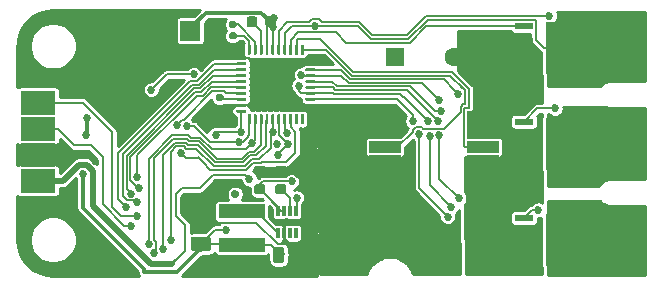
<source format=gbl>
G04 #@! TF.GenerationSoftware,KiCad,Pcbnew,5.1.6*
G04 #@! TF.CreationDate,2020-07-11T18:59:25-04:00*
G04 #@! TF.ProjectId,bldc-controller,626c6463-2d63-46f6-9e74-726f6c6c6572,rev?*
G04 #@! TF.SameCoordinates,Original*
G04 #@! TF.FileFunction,Copper,L2,Bot*
G04 #@! TF.FilePolarity,Positive*
%FSLAX46Y46*%
G04 Gerber Fmt 4.6, Leading zero omitted, Abs format (unit mm)*
G04 Created by KiCad (PCBNEW 5.1.6) date 2020-07-11 18:59:25*
%MOMM*%
%LPD*%
G01*
G04 APERTURE LIST*
G04 #@! TA.AperFunction,ComponentPad*
%ADD10C,1.600000*%
G04 #@! TD*
G04 #@! TA.AperFunction,ComponentPad*
%ADD11R,1.600000X1.600000*%
G04 #@! TD*
G04 #@! TA.AperFunction,SMDPad,CuDef*
%ADD12R,2.500000X3.000000*%
G04 #@! TD*
G04 #@! TA.AperFunction,SMDPad,CuDef*
%ADD13R,3.000000X2.000000*%
G04 #@! TD*
G04 #@! TA.AperFunction,SMDPad,CuDef*
%ADD14R,3.000000X5.400000*%
G04 #@! TD*
G04 #@! TA.AperFunction,ViaPad*
%ADD15C,0.500000*%
G04 #@! TD*
G04 #@! TA.AperFunction,SMDPad,CuDef*
%ADD16R,2.620000X3.520000*%
G04 #@! TD*
G04 #@! TA.AperFunction,SMDPad,CuDef*
%ADD17R,0.300000X0.850000*%
G04 #@! TD*
G04 #@! TA.AperFunction,SMDPad,CuDef*
%ADD18R,2.700000X1.000000*%
G04 #@! TD*
G04 #@! TA.AperFunction,SMDPad,CuDef*
%ADD19R,2.700000X2.440000*%
G04 #@! TD*
G04 #@! TA.AperFunction,SMDPad,CuDef*
%ADD20R,0.615000X3.140000*%
G04 #@! TD*
G04 #@! TA.AperFunction,SMDPad,CuDef*
%ADD21R,3.550000X4.410000*%
G04 #@! TD*
G04 #@! TA.AperFunction,SMDPad,CuDef*
%ADD22R,1.350000X0.600000*%
G04 #@! TD*
G04 #@! TA.AperFunction,SMDPad,CuDef*
%ADD23R,1.550000X0.600000*%
G04 #@! TD*
G04 #@! TA.AperFunction,SMDPad,CuDef*
%ADD24R,3.900000X1.200000*%
G04 #@! TD*
G04 #@! TA.AperFunction,ComponentPad*
%ADD25O,1.700000X1.700000*%
G04 #@! TD*
G04 #@! TA.AperFunction,ComponentPad*
%ADD26R,1.700000X1.700000*%
G04 #@! TD*
G04 #@! TA.AperFunction,ViaPad*
%ADD27C,0.685800*%
G04 #@! TD*
G04 #@! TA.AperFunction,Conductor*
%ADD28C,0.152400*%
G04 #@! TD*
G04 #@! TA.AperFunction,Conductor*
%ADD29C,0.300000*%
G04 #@! TD*
G04 #@! TA.AperFunction,Conductor*
%ADD30C,0.500000*%
G04 #@! TD*
G04 #@! TA.AperFunction,Conductor*
%ADD31C,0.200000*%
G04 #@! TD*
G04 #@! TA.AperFunction,Conductor*
%ADD32C,0.254000*%
G04 #@! TD*
G04 APERTURE END LIST*
D10*
X62400000Y-104400000D03*
D11*
X57400000Y-104400000D03*
D12*
X53300000Y-121050000D03*
D13*
X27200000Y-110500000D03*
X27200000Y-108300000D03*
X27200000Y-112700000D03*
X27200000Y-114900000D03*
D14*
X77250000Y-111750000D03*
X77250000Y-103550000D03*
X77250000Y-119950000D03*
D15*
X48410000Y-108260000D03*
X48410000Y-107253333D03*
X48410000Y-106246667D03*
X48410000Y-105240000D03*
X47350000Y-108260000D03*
X47350000Y-107253333D03*
X47350000Y-106246667D03*
X47350000Y-105240000D03*
X46290000Y-108260000D03*
X46290000Y-107253333D03*
X46290000Y-106246667D03*
X46290000Y-105240000D03*
D16*
X47350000Y-106750000D03*
G04 #@! TA.AperFunction,SMDPad,CuDef*
G36*
G01*
X44037500Y-104375000D02*
X44787500Y-104375000D01*
G75*
G02*
X44850000Y-104437500I0J-62500D01*
G01*
X44850000Y-104562500D01*
G75*
G02*
X44787500Y-104625000I-62500J0D01*
G01*
X44037500Y-104625000D01*
G75*
G02*
X43975000Y-104562500I0J62500D01*
G01*
X43975000Y-104437500D01*
G75*
G02*
X44037500Y-104375000I62500J0D01*
G01*
G37*
G04 #@! TD.AperFunction*
G04 #@! TA.AperFunction,SMDPad,CuDef*
G36*
G01*
X44037500Y-104875000D02*
X44787500Y-104875000D01*
G75*
G02*
X44850000Y-104937500I0J-62500D01*
G01*
X44850000Y-105062500D01*
G75*
G02*
X44787500Y-105125000I-62500J0D01*
G01*
X44037500Y-105125000D01*
G75*
G02*
X43975000Y-105062500I0J62500D01*
G01*
X43975000Y-104937500D01*
G75*
G02*
X44037500Y-104875000I62500J0D01*
G01*
G37*
G04 #@! TD.AperFunction*
G04 #@! TA.AperFunction,SMDPad,CuDef*
G36*
G01*
X44037500Y-105375000D02*
X44787500Y-105375000D01*
G75*
G02*
X44850000Y-105437500I0J-62500D01*
G01*
X44850000Y-105562500D01*
G75*
G02*
X44787500Y-105625000I-62500J0D01*
G01*
X44037500Y-105625000D01*
G75*
G02*
X43975000Y-105562500I0J62500D01*
G01*
X43975000Y-105437500D01*
G75*
G02*
X44037500Y-105375000I62500J0D01*
G01*
G37*
G04 #@! TD.AperFunction*
G04 #@! TA.AperFunction,SMDPad,CuDef*
G36*
G01*
X44037500Y-105875000D02*
X44787500Y-105875000D01*
G75*
G02*
X44850000Y-105937500I0J-62500D01*
G01*
X44850000Y-106062500D01*
G75*
G02*
X44787500Y-106125000I-62500J0D01*
G01*
X44037500Y-106125000D01*
G75*
G02*
X43975000Y-106062500I0J62500D01*
G01*
X43975000Y-105937500D01*
G75*
G02*
X44037500Y-105875000I62500J0D01*
G01*
G37*
G04 #@! TD.AperFunction*
G04 #@! TA.AperFunction,SMDPad,CuDef*
G36*
G01*
X44037500Y-106375000D02*
X44787500Y-106375000D01*
G75*
G02*
X44850000Y-106437500I0J-62500D01*
G01*
X44850000Y-106562500D01*
G75*
G02*
X44787500Y-106625000I-62500J0D01*
G01*
X44037500Y-106625000D01*
G75*
G02*
X43975000Y-106562500I0J62500D01*
G01*
X43975000Y-106437500D01*
G75*
G02*
X44037500Y-106375000I62500J0D01*
G01*
G37*
G04 #@! TD.AperFunction*
G04 #@! TA.AperFunction,SMDPad,CuDef*
G36*
G01*
X44037500Y-106875000D02*
X44787500Y-106875000D01*
G75*
G02*
X44850000Y-106937500I0J-62500D01*
G01*
X44850000Y-107062500D01*
G75*
G02*
X44787500Y-107125000I-62500J0D01*
G01*
X44037500Y-107125000D01*
G75*
G02*
X43975000Y-107062500I0J62500D01*
G01*
X43975000Y-106937500D01*
G75*
G02*
X44037500Y-106875000I62500J0D01*
G01*
G37*
G04 #@! TD.AperFunction*
G04 #@! TA.AperFunction,SMDPad,CuDef*
G36*
G01*
X44037500Y-107375000D02*
X44787500Y-107375000D01*
G75*
G02*
X44850000Y-107437500I0J-62500D01*
G01*
X44850000Y-107562500D01*
G75*
G02*
X44787500Y-107625000I-62500J0D01*
G01*
X44037500Y-107625000D01*
G75*
G02*
X43975000Y-107562500I0J62500D01*
G01*
X43975000Y-107437500D01*
G75*
G02*
X44037500Y-107375000I62500J0D01*
G01*
G37*
G04 #@! TD.AperFunction*
G04 #@! TA.AperFunction,SMDPad,CuDef*
G36*
G01*
X44037500Y-107875000D02*
X44787500Y-107875000D01*
G75*
G02*
X44850000Y-107937500I0J-62500D01*
G01*
X44850000Y-108062500D01*
G75*
G02*
X44787500Y-108125000I-62500J0D01*
G01*
X44037500Y-108125000D01*
G75*
G02*
X43975000Y-108062500I0J62500D01*
G01*
X43975000Y-107937500D01*
G75*
G02*
X44037500Y-107875000I62500J0D01*
G01*
G37*
G04 #@! TD.AperFunction*
G04 #@! TA.AperFunction,SMDPad,CuDef*
G36*
G01*
X44037500Y-108375000D02*
X44787500Y-108375000D01*
G75*
G02*
X44850000Y-108437500I0J-62500D01*
G01*
X44850000Y-108562500D01*
G75*
G02*
X44787500Y-108625000I-62500J0D01*
G01*
X44037500Y-108625000D01*
G75*
G02*
X43975000Y-108562500I0J62500D01*
G01*
X43975000Y-108437500D01*
G75*
G02*
X44037500Y-108375000I62500J0D01*
G01*
G37*
G04 #@! TD.AperFunction*
G04 #@! TA.AperFunction,SMDPad,CuDef*
G36*
G01*
X44037500Y-108875000D02*
X44787500Y-108875000D01*
G75*
G02*
X44850000Y-108937500I0J-62500D01*
G01*
X44850000Y-109062500D01*
G75*
G02*
X44787500Y-109125000I-62500J0D01*
G01*
X44037500Y-109125000D01*
G75*
G02*
X43975000Y-109062500I0J62500D01*
G01*
X43975000Y-108937500D01*
G75*
G02*
X44037500Y-108875000I62500J0D01*
G01*
G37*
G04 #@! TD.AperFunction*
G04 #@! TA.AperFunction,SMDPad,CuDef*
G36*
G01*
X45037500Y-109250000D02*
X45162500Y-109250000D01*
G75*
G02*
X45225000Y-109312500I0J-62500D01*
G01*
X45225000Y-110062500D01*
G75*
G02*
X45162500Y-110125000I-62500J0D01*
G01*
X45037500Y-110125000D01*
G75*
G02*
X44975000Y-110062500I0J62500D01*
G01*
X44975000Y-109312500D01*
G75*
G02*
X45037500Y-109250000I62500J0D01*
G01*
G37*
G04 #@! TD.AperFunction*
G04 #@! TA.AperFunction,SMDPad,CuDef*
G36*
G01*
X45537500Y-109250000D02*
X45662500Y-109250000D01*
G75*
G02*
X45725000Y-109312500I0J-62500D01*
G01*
X45725000Y-110062500D01*
G75*
G02*
X45662500Y-110125000I-62500J0D01*
G01*
X45537500Y-110125000D01*
G75*
G02*
X45475000Y-110062500I0J62500D01*
G01*
X45475000Y-109312500D01*
G75*
G02*
X45537500Y-109250000I62500J0D01*
G01*
G37*
G04 #@! TD.AperFunction*
G04 #@! TA.AperFunction,SMDPad,CuDef*
G36*
G01*
X46037500Y-109250000D02*
X46162500Y-109250000D01*
G75*
G02*
X46225000Y-109312500I0J-62500D01*
G01*
X46225000Y-110062500D01*
G75*
G02*
X46162500Y-110125000I-62500J0D01*
G01*
X46037500Y-110125000D01*
G75*
G02*
X45975000Y-110062500I0J62500D01*
G01*
X45975000Y-109312500D01*
G75*
G02*
X46037500Y-109250000I62500J0D01*
G01*
G37*
G04 #@! TD.AperFunction*
G04 #@! TA.AperFunction,SMDPad,CuDef*
G36*
G01*
X46537500Y-109250000D02*
X46662500Y-109250000D01*
G75*
G02*
X46725000Y-109312500I0J-62500D01*
G01*
X46725000Y-110062500D01*
G75*
G02*
X46662500Y-110125000I-62500J0D01*
G01*
X46537500Y-110125000D01*
G75*
G02*
X46475000Y-110062500I0J62500D01*
G01*
X46475000Y-109312500D01*
G75*
G02*
X46537500Y-109250000I62500J0D01*
G01*
G37*
G04 #@! TD.AperFunction*
G04 #@! TA.AperFunction,SMDPad,CuDef*
G36*
G01*
X47037500Y-109250000D02*
X47162500Y-109250000D01*
G75*
G02*
X47225000Y-109312500I0J-62500D01*
G01*
X47225000Y-110062500D01*
G75*
G02*
X47162500Y-110125000I-62500J0D01*
G01*
X47037500Y-110125000D01*
G75*
G02*
X46975000Y-110062500I0J62500D01*
G01*
X46975000Y-109312500D01*
G75*
G02*
X47037500Y-109250000I62500J0D01*
G01*
G37*
G04 #@! TD.AperFunction*
G04 #@! TA.AperFunction,SMDPad,CuDef*
G36*
G01*
X47537500Y-109250000D02*
X47662500Y-109250000D01*
G75*
G02*
X47725000Y-109312500I0J-62500D01*
G01*
X47725000Y-110062500D01*
G75*
G02*
X47662500Y-110125000I-62500J0D01*
G01*
X47537500Y-110125000D01*
G75*
G02*
X47475000Y-110062500I0J62500D01*
G01*
X47475000Y-109312500D01*
G75*
G02*
X47537500Y-109250000I62500J0D01*
G01*
G37*
G04 #@! TD.AperFunction*
G04 #@! TA.AperFunction,SMDPad,CuDef*
G36*
G01*
X48037500Y-109250000D02*
X48162500Y-109250000D01*
G75*
G02*
X48225000Y-109312500I0J-62500D01*
G01*
X48225000Y-110062500D01*
G75*
G02*
X48162500Y-110125000I-62500J0D01*
G01*
X48037500Y-110125000D01*
G75*
G02*
X47975000Y-110062500I0J62500D01*
G01*
X47975000Y-109312500D01*
G75*
G02*
X48037500Y-109250000I62500J0D01*
G01*
G37*
G04 #@! TD.AperFunction*
G04 #@! TA.AperFunction,SMDPad,CuDef*
G36*
G01*
X48537500Y-109250000D02*
X48662500Y-109250000D01*
G75*
G02*
X48725000Y-109312500I0J-62500D01*
G01*
X48725000Y-110062500D01*
G75*
G02*
X48662500Y-110125000I-62500J0D01*
G01*
X48537500Y-110125000D01*
G75*
G02*
X48475000Y-110062500I0J62500D01*
G01*
X48475000Y-109312500D01*
G75*
G02*
X48537500Y-109250000I62500J0D01*
G01*
G37*
G04 #@! TD.AperFunction*
G04 #@! TA.AperFunction,SMDPad,CuDef*
G36*
G01*
X49037500Y-109250000D02*
X49162500Y-109250000D01*
G75*
G02*
X49225000Y-109312500I0J-62500D01*
G01*
X49225000Y-110062500D01*
G75*
G02*
X49162500Y-110125000I-62500J0D01*
G01*
X49037500Y-110125000D01*
G75*
G02*
X48975000Y-110062500I0J62500D01*
G01*
X48975000Y-109312500D01*
G75*
G02*
X49037500Y-109250000I62500J0D01*
G01*
G37*
G04 #@! TD.AperFunction*
G04 #@! TA.AperFunction,SMDPad,CuDef*
G36*
G01*
X49537500Y-109250000D02*
X49662500Y-109250000D01*
G75*
G02*
X49725000Y-109312500I0J-62500D01*
G01*
X49725000Y-110062500D01*
G75*
G02*
X49662500Y-110125000I-62500J0D01*
G01*
X49537500Y-110125000D01*
G75*
G02*
X49475000Y-110062500I0J62500D01*
G01*
X49475000Y-109312500D01*
G75*
G02*
X49537500Y-109250000I62500J0D01*
G01*
G37*
G04 #@! TD.AperFunction*
G04 #@! TA.AperFunction,SMDPad,CuDef*
G36*
G01*
X49912500Y-108875000D02*
X50662500Y-108875000D01*
G75*
G02*
X50725000Y-108937500I0J-62500D01*
G01*
X50725000Y-109062500D01*
G75*
G02*
X50662500Y-109125000I-62500J0D01*
G01*
X49912500Y-109125000D01*
G75*
G02*
X49850000Y-109062500I0J62500D01*
G01*
X49850000Y-108937500D01*
G75*
G02*
X49912500Y-108875000I62500J0D01*
G01*
G37*
G04 #@! TD.AperFunction*
G04 #@! TA.AperFunction,SMDPad,CuDef*
G36*
G01*
X49912500Y-108375000D02*
X50662500Y-108375000D01*
G75*
G02*
X50725000Y-108437500I0J-62500D01*
G01*
X50725000Y-108562500D01*
G75*
G02*
X50662500Y-108625000I-62500J0D01*
G01*
X49912500Y-108625000D01*
G75*
G02*
X49850000Y-108562500I0J62500D01*
G01*
X49850000Y-108437500D01*
G75*
G02*
X49912500Y-108375000I62500J0D01*
G01*
G37*
G04 #@! TD.AperFunction*
G04 #@! TA.AperFunction,SMDPad,CuDef*
G36*
G01*
X49912500Y-107875000D02*
X50662500Y-107875000D01*
G75*
G02*
X50725000Y-107937500I0J-62500D01*
G01*
X50725000Y-108062500D01*
G75*
G02*
X50662500Y-108125000I-62500J0D01*
G01*
X49912500Y-108125000D01*
G75*
G02*
X49850000Y-108062500I0J62500D01*
G01*
X49850000Y-107937500D01*
G75*
G02*
X49912500Y-107875000I62500J0D01*
G01*
G37*
G04 #@! TD.AperFunction*
G04 #@! TA.AperFunction,SMDPad,CuDef*
G36*
G01*
X49912500Y-107375000D02*
X50662500Y-107375000D01*
G75*
G02*
X50725000Y-107437500I0J-62500D01*
G01*
X50725000Y-107562500D01*
G75*
G02*
X50662500Y-107625000I-62500J0D01*
G01*
X49912500Y-107625000D01*
G75*
G02*
X49850000Y-107562500I0J62500D01*
G01*
X49850000Y-107437500D01*
G75*
G02*
X49912500Y-107375000I62500J0D01*
G01*
G37*
G04 #@! TD.AperFunction*
G04 #@! TA.AperFunction,SMDPad,CuDef*
G36*
G01*
X49912500Y-106875000D02*
X50662500Y-106875000D01*
G75*
G02*
X50725000Y-106937500I0J-62500D01*
G01*
X50725000Y-107062500D01*
G75*
G02*
X50662500Y-107125000I-62500J0D01*
G01*
X49912500Y-107125000D01*
G75*
G02*
X49850000Y-107062500I0J62500D01*
G01*
X49850000Y-106937500D01*
G75*
G02*
X49912500Y-106875000I62500J0D01*
G01*
G37*
G04 #@! TD.AperFunction*
G04 #@! TA.AperFunction,SMDPad,CuDef*
G36*
G01*
X49912500Y-106375000D02*
X50662500Y-106375000D01*
G75*
G02*
X50725000Y-106437500I0J-62500D01*
G01*
X50725000Y-106562500D01*
G75*
G02*
X50662500Y-106625000I-62500J0D01*
G01*
X49912500Y-106625000D01*
G75*
G02*
X49850000Y-106562500I0J62500D01*
G01*
X49850000Y-106437500D01*
G75*
G02*
X49912500Y-106375000I62500J0D01*
G01*
G37*
G04 #@! TD.AperFunction*
G04 #@! TA.AperFunction,SMDPad,CuDef*
G36*
G01*
X49912500Y-105875000D02*
X50662500Y-105875000D01*
G75*
G02*
X50725000Y-105937500I0J-62500D01*
G01*
X50725000Y-106062500D01*
G75*
G02*
X50662500Y-106125000I-62500J0D01*
G01*
X49912500Y-106125000D01*
G75*
G02*
X49850000Y-106062500I0J62500D01*
G01*
X49850000Y-105937500D01*
G75*
G02*
X49912500Y-105875000I62500J0D01*
G01*
G37*
G04 #@! TD.AperFunction*
G04 #@! TA.AperFunction,SMDPad,CuDef*
G36*
G01*
X49912500Y-105375000D02*
X50662500Y-105375000D01*
G75*
G02*
X50725000Y-105437500I0J-62500D01*
G01*
X50725000Y-105562500D01*
G75*
G02*
X50662500Y-105625000I-62500J0D01*
G01*
X49912500Y-105625000D01*
G75*
G02*
X49850000Y-105562500I0J62500D01*
G01*
X49850000Y-105437500D01*
G75*
G02*
X49912500Y-105375000I62500J0D01*
G01*
G37*
G04 #@! TD.AperFunction*
G04 #@! TA.AperFunction,SMDPad,CuDef*
G36*
G01*
X49912500Y-104875000D02*
X50662500Y-104875000D01*
G75*
G02*
X50725000Y-104937500I0J-62500D01*
G01*
X50725000Y-105062500D01*
G75*
G02*
X50662500Y-105125000I-62500J0D01*
G01*
X49912500Y-105125000D01*
G75*
G02*
X49850000Y-105062500I0J62500D01*
G01*
X49850000Y-104937500D01*
G75*
G02*
X49912500Y-104875000I62500J0D01*
G01*
G37*
G04 #@! TD.AperFunction*
G04 #@! TA.AperFunction,SMDPad,CuDef*
G36*
G01*
X49912500Y-104375000D02*
X50662500Y-104375000D01*
G75*
G02*
X50725000Y-104437500I0J-62500D01*
G01*
X50725000Y-104562500D01*
G75*
G02*
X50662500Y-104625000I-62500J0D01*
G01*
X49912500Y-104625000D01*
G75*
G02*
X49850000Y-104562500I0J62500D01*
G01*
X49850000Y-104437500D01*
G75*
G02*
X49912500Y-104375000I62500J0D01*
G01*
G37*
G04 #@! TD.AperFunction*
G04 #@! TA.AperFunction,SMDPad,CuDef*
G36*
G01*
X49537500Y-103375000D02*
X49662500Y-103375000D01*
G75*
G02*
X49725000Y-103437500I0J-62500D01*
G01*
X49725000Y-104187500D01*
G75*
G02*
X49662500Y-104250000I-62500J0D01*
G01*
X49537500Y-104250000D01*
G75*
G02*
X49475000Y-104187500I0J62500D01*
G01*
X49475000Y-103437500D01*
G75*
G02*
X49537500Y-103375000I62500J0D01*
G01*
G37*
G04 #@! TD.AperFunction*
G04 #@! TA.AperFunction,SMDPad,CuDef*
G36*
G01*
X49037500Y-103375000D02*
X49162500Y-103375000D01*
G75*
G02*
X49225000Y-103437500I0J-62500D01*
G01*
X49225000Y-104187500D01*
G75*
G02*
X49162500Y-104250000I-62500J0D01*
G01*
X49037500Y-104250000D01*
G75*
G02*
X48975000Y-104187500I0J62500D01*
G01*
X48975000Y-103437500D01*
G75*
G02*
X49037500Y-103375000I62500J0D01*
G01*
G37*
G04 #@! TD.AperFunction*
G04 #@! TA.AperFunction,SMDPad,CuDef*
G36*
G01*
X48537500Y-103375000D02*
X48662500Y-103375000D01*
G75*
G02*
X48725000Y-103437500I0J-62500D01*
G01*
X48725000Y-104187500D01*
G75*
G02*
X48662500Y-104250000I-62500J0D01*
G01*
X48537500Y-104250000D01*
G75*
G02*
X48475000Y-104187500I0J62500D01*
G01*
X48475000Y-103437500D01*
G75*
G02*
X48537500Y-103375000I62500J0D01*
G01*
G37*
G04 #@! TD.AperFunction*
G04 #@! TA.AperFunction,SMDPad,CuDef*
G36*
G01*
X48037500Y-103375000D02*
X48162500Y-103375000D01*
G75*
G02*
X48225000Y-103437500I0J-62500D01*
G01*
X48225000Y-104187500D01*
G75*
G02*
X48162500Y-104250000I-62500J0D01*
G01*
X48037500Y-104250000D01*
G75*
G02*
X47975000Y-104187500I0J62500D01*
G01*
X47975000Y-103437500D01*
G75*
G02*
X48037500Y-103375000I62500J0D01*
G01*
G37*
G04 #@! TD.AperFunction*
G04 #@! TA.AperFunction,SMDPad,CuDef*
G36*
G01*
X47537500Y-103375000D02*
X47662500Y-103375000D01*
G75*
G02*
X47725000Y-103437500I0J-62500D01*
G01*
X47725000Y-104187500D01*
G75*
G02*
X47662500Y-104250000I-62500J0D01*
G01*
X47537500Y-104250000D01*
G75*
G02*
X47475000Y-104187500I0J62500D01*
G01*
X47475000Y-103437500D01*
G75*
G02*
X47537500Y-103375000I62500J0D01*
G01*
G37*
G04 #@! TD.AperFunction*
G04 #@! TA.AperFunction,SMDPad,CuDef*
G36*
G01*
X47037500Y-103375000D02*
X47162500Y-103375000D01*
G75*
G02*
X47225000Y-103437500I0J-62500D01*
G01*
X47225000Y-104187500D01*
G75*
G02*
X47162500Y-104250000I-62500J0D01*
G01*
X47037500Y-104250000D01*
G75*
G02*
X46975000Y-104187500I0J62500D01*
G01*
X46975000Y-103437500D01*
G75*
G02*
X47037500Y-103375000I62500J0D01*
G01*
G37*
G04 #@! TD.AperFunction*
G04 #@! TA.AperFunction,SMDPad,CuDef*
G36*
G01*
X46537500Y-103375000D02*
X46662500Y-103375000D01*
G75*
G02*
X46725000Y-103437500I0J-62500D01*
G01*
X46725000Y-104187500D01*
G75*
G02*
X46662500Y-104250000I-62500J0D01*
G01*
X46537500Y-104250000D01*
G75*
G02*
X46475000Y-104187500I0J62500D01*
G01*
X46475000Y-103437500D01*
G75*
G02*
X46537500Y-103375000I62500J0D01*
G01*
G37*
G04 #@! TD.AperFunction*
G04 #@! TA.AperFunction,SMDPad,CuDef*
G36*
G01*
X46037500Y-103375000D02*
X46162500Y-103375000D01*
G75*
G02*
X46225000Y-103437500I0J-62500D01*
G01*
X46225000Y-104187500D01*
G75*
G02*
X46162500Y-104250000I-62500J0D01*
G01*
X46037500Y-104250000D01*
G75*
G02*
X45975000Y-104187500I0J62500D01*
G01*
X45975000Y-103437500D01*
G75*
G02*
X46037500Y-103375000I62500J0D01*
G01*
G37*
G04 #@! TD.AperFunction*
G04 #@! TA.AperFunction,SMDPad,CuDef*
G36*
G01*
X45537500Y-103375000D02*
X45662500Y-103375000D01*
G75*
G02*
X45725000Y-103437500I0J-62500D01*
G01*
X45725000Y-104187500D01*
G75*
G02*
X45662500Y-104250000I-62500J0D01*
G01*
X45537500Y-104250000D01*
G75*
G02*
X45475000Y-104187500I0J62500D01*
G01*
X45475000Y-103437500D01*
G75*
G02*
X45537500Y-103375000I62500J0D01*
G01*
G37*
G04 #@! TD.AperFunction*
G04 #@! TA.AperFunction,SMDPad,CuDef*
G36*
G01*
X45037500Y-103375000D02*
X45162500Y-103375000D01*
G75*
G02*
X45225000Y-103437500I0J-62500D01*
G01*
X45225000Y-104187500D01*
G75*
G02*
X45162500Y-104250000I-62500J0D01*
G01*
X45037500Y-104250000D01*
G75*
G02*
X44975000Y-104187500I0J62500D01*
G01*
X44975000Y-103437500D01*
G75*
G02*
X45037500Y-103375000I62500J0D01*
G01*
G37*
G04 #@! TD.AperFunction*
D17*
X47524000Y-119344000D03*
X48024000Y-119344000D03*
X48524000Y-119344000D03*
X49024000Y-119344000D03*
X49024000Y-117444000D03*
X48524000Y-117444000D03*
X48024000Y-117444000D03*
X47524000Y-117444000D03*
D18*
X56590000Y-112066000D03*
D19*
X64890000Y-110186000D03*
X56590000Y-110186000D03*
X56590000Y-113946000D03*
D18*
X64890000Y-112066000D03*
D19*
X64890000Y-113946000D03*
D20*
X68822500Y-120585000D03*
D21*
X71997500Y-119950000D03*
D22*
X74445000Y-118045000D03*
X74445000Y-121855000D03*
X74445000Y-120585000D03*
D23*
X68355000Y-121855000D03*
X68355000Y-118045000D03*
X68355000Y-120585000D03*
X68355000Y-119315000D03*
D22*
X74445000Y-119315000D03*
D20*
X68822500Y-112447000D03*
D21*
X71997500Y-111812000D03*
D22*
X74445000Y-109907000D03*
X74445000Y-113717000D03*
X74445000Y-112447000D03*
D23*
X68355000Y-113717000D03*
X68355000Y-109907000D03*
X68355000Y-112447000D03*
X68355000Y-111177000D03*
D22*
X74445000Y-111177000D03*
D20*
X68822500Y-104335000D03*
D21*
X71997500Y-103700000D03*
D22*
X74445000Y-101795000D03*
X74445000Y-105605000D03*
X74445000Y-104335000D03*
D23*
X68355000Y-105605000D03*
X68355000Y-101795000D03*
X68355000Y-104335000D03*
X68355000Y-103065000D03*
D22*
X74445000Y-103065000D03*
D24*
X44464000Y-120302000D03*
X44464000Y-117502000D03*
D25*
X37560000Y-102200000D03*
D26*
X40100000Y-102200000D03*
G04 #@! TA.AperFunction,SMDPad,CuDef*
G36*
G01*
X42427500Y-108540000D02*
X42772500Y-108540000D01*
G75*
G02*
X42920000Y-108687500I0J-147500D01*
G01*
X42920000Y-108982500D01*
G75*
G02*
X42772500Y-109130000I-147500J0D01*
G01*
X42427500Y-109130000D01*
G75*
G02*
X42280000Y-108982500I0J147500D01*
G01*
X42280000Y-108687500D01*
G75*
G02*
X42427500Y-108540000I147500J0D01*
G01*
G37*
G04 #@! TD.AperFunction*
G04 #@! TA.AperFunction,SMDPad,CuDef*
G36*
G01*
X42427500Y-107570000D02*
X42772500Y-107570000D01*
G75*
G02*
X42920000Y-107717500I0J-147500D01*
G01*
X42920000Y-108012500D01*
G75*
G02*
X42772500Y-108160000I-147500J0D01*
G01*
X42427500Y-108160000D01*
G75*
G02*
X42280000Y-108012500I0J147500D01*
G01*
X42280000Y-107717500D01*
G75*
G02*
X42427500Y-107570000I147500J0D01*
G01*
G37*
G04 #@! TD.AperFunction*
G04 #@! TA.AperFunction,SMDPad,CuDef*
G36*
G01*
X46462500Y-101706250D02*
X46462500Y-101193750D01*
G75*
G02*
X46681250Y-100975000I218750J0D01*
G01*
X47118750Y-100975000D01*
G75*
G02*
X47337500Y-101193750I0J-218750D01*
G01*
X47337500Y-101706250D01*
G75*
G02*
X47118750Y-101925000I-218750J0D01*
G01*
X46681250Y-101925000D01*
G75*
G02*
X46462500Y-101706250I0J218750D01*
G01*
G37*
G04 #@! TD.AperFunction*
G04 #@! TA.AperFunction,SMDPad,CuDef*
G36*
G01*
X44887500Y-101706250D02*
X44887500Y-101193750D01*
G75*
G02*
X45106250Y-100975000I218750J0D01*
G01*
X45543750Y-100975000D01*
G75*
G02*
X45762500Y-101193750I0J-218750D01*
G01*
X45762500Y-101706250D01*
G75*
G02*
X45543750Y-101925000I-218750J0D01*
G01*
X45106250Y-101925000D01*
G75*
G02*
X44887500Y-101706250I0J218750D01*
G01*
G37*
G04 #@! TD.AperFunction*
G04 #@! TA.AperFunction,SMDPad,CuDef*
G36*
G01*
X43527500Y-102340000D02*
X43872500Y-102340000D01*
G75*
G02*
X44020000Y-102487500I0J-147500D01*
G01*
X44020000Y-102782500D01*
G75*
G02*
X43872500Y-102930000I-147500J0D01*
G01*
X43527500Y-102930000D01*
G75*
G02*
X43380000Y-102782500I0J147500D01*
G01*
X43380000Y-102487500D01*
G75*
G02*
X43527500Y-102340000I147500J0D01*
G01*
G37*
G04 #@! TD.AperFunction*
G04 #@! TA.AperFunction,SMDPad,CuDef*
G36*
G01*
X43527500Y-101370000D02*
X43872500Y-101370000D01*
G75*
G02*
X44020000Y-101517500I0J-147500D01*
G01*
X44020000Y-101812500D01*
G75*
G02*
X43872500Y-101960000I-147500J0D01*
G01*
X43527500Y-101960000D01*
G75*
G02*
X43380000Y-101812500I0J147500D01*
G01*
X43380000Y-101517500D01*
G75*
G02*
X43527500Y-101370000I147500J0D01*
G01*
G37*
G04 #@! TD.AperFunction*
G04 #@! TA.AperFunction,SMDPad,CuDef*
G36*
G01*
X48022250Y-114488000D02*
X47509750Y-114488000D01*
G75*
G02*
X47291000Y-114269250I0J218750D01*
G01*
X47291000Y-113831750D01*
G75*
G02*
X47509750Y-113613000I218750J0D01*
G01*
X48022250Y-113613000D01*
G75*
G02*
X48241000Y-113831750I0J-218750D01*
G01*
X48241000Y-114269250D01*
G75*
G02*
X48022250Y-114488000I-218750J0D01*
G01*
G37*
G04 #@! TD.AperFunction*
G04 #@! TA.AperFunction,SMDPad,CuDef*
G36*
G01*
X48022250Y-116063000D02*
X47509750Y-116063000D01*
G75*
G02*
X47291000Y-115844250I0J218750D01*
G01*
X47291000Y-115406750D01*
G75*
G02*
X47509750Y-115188000I218750J0D01*
G01*
X48022250Y-115188000D01*
G75*
G02*
X48241000Y-115406750I0J-218750D01*
G01*
X48241000Y-115844250D01*
G75*
G02*
X48022250Y-116063000I-218750J0D01*
G01*
G37*
G04 #@! TD.AperFunction*
G04 #@! TA.AperFunction,SMDPad,CuDef*
G36*
G01*
X46244250Y-114488000D02*
X45731750Y-114488000D01*
G75*
G02*
X45513000Y-114269250I0J218750D01*
G01*
X45513000Y-113831750D01*
G75*
G02*
X45731750Y-113613000I218750J0D01*
G01*
X46244250Y-113613000D01*
G75*
G02*
X46463000Y-113831750I0J-218750D01*
G01*
X46463000Y-114269250D01*
G75*
G02*
X46244250Y-114488000I-218750J0D01*
G01*
G37*
G04 #@! TD.AperFunction*
G04 #@! TA.AperFunction,SMDPad,CuDef*
G36*
G01*
X46244250Y-116063000D02*
X45731750Y-116063000D01*
G75*
G02*
X45513000Y-115844250I0J218750D01*
G01*
X45513000Y-115406750D01*
G75*
G02*
X45731750Y-115188000I218750J0D01*
G01*
X46244250Y-115188000D01*
G75*
G02*
X46463000Y-115406750I0J-218750D01*
G01*
X46463000Y-115844250D01*
G75*
G02*
X46244250Y-116063000I-218750J0D01*
G01*
G37*
G04 #@! TD.AperFunction*
G04 #@! TA.AperFunction,SMDPad,CuDef*
G36*
G01*
X48978000Y-121644250D02*
X48978000Y-120731750D01*
G75*
G02*
X49221750Y-120488000I243750J0D01*
G01*
X49709250Y-120488000D01*
G75*
G02*
X49953000Y-120731750I0J-243750D01*
G01*
X49953000Y-121644250D01*
G75*
G02*
X49709250Y-121888000I-243750J0D01*
G01*
X49221750Y-121888000D01*
G75*
G02*
X48978000Y-121644250I0J243750D01*
G01*
G37*
G04 #@! TD.AperFunction*
G04 #@! TA.AperFunction,SMDPad,CuDef*
G36*
G01*
X47103000Y-121644250D02*
X47103000Y-120731750D01*
G75*
G02*
X47346750Y-120488000I243750J0D01*
G01*
X47834250Y-120488000D01*
G75*
G02*
X48078000Y-120731750I0J-243750D01*
G01*
X48078000Y-121644250D01*
G75*
G02*
X47834250Y-121888000I-243750J0D01*
G01*
X47346750Y-121888000D01*
G75*
G02*
X47103000Y-121644250I0J243750D01*
G01*
G37*
G04 #@! TD.AperFunction*
G04 #@! TA.AperFunction,SMDPad,CuDef*
G36*
G01*
X44072500Y-115360000D02*
X43727500Y-115360000D01*
G75*
G02*
X43580000Y-115212500I0J147500D01*
G01*
X43580000Y-114917500D01*
G75*
G02*
X43727500Y-114770000I147500J0D01*
G01*
X44072500Y-114770000D01*
G75*
G02*
X44220000Y-114917500I0J-147500D01*
G01*
X44220000Y-115212500D01*
G75*
G02*
X44072500Y-115360000I-147500J0D01*
G01*
G37*
G04 #@! TD.AperFunction*
G04 #@! TA.AperFunction,SMDPad,CuDef*
G36*
G01*
X44072500Y-116330000D02*
X43727500Y-116330000D01*
G75*
G02*
X43580000Y-116182500I0J147500D01*
G01*
X43580000Y-115887500D01*
G75*
G02*
X43727500Y-115740000I147500J0D01*
G01*
X44072500Y-115740000D01*
G75*
G02*
X44220000Y-115887500I0J-147500D01*
G01*
X44220000Y-116182500D01*
G75*
G02*
X44072500Y-116330000I-147500J0D01*
G01*
G37*
G04 #@! TD.AperFunction*
G04 #@! TA.AperFunction,SMDPad,CuDef*
G36*
G01*
X41625000Y-118075000D02*
X40375000Y-118075000D01*
G75*
G02*
X40125000Y-117825000I0J250000D01*
G01*
X40125000Y-117075000D01*
G75*
G02*
X40375000Y-116825000I250000J0D01*
G01*
X41625000Y-116825000D01*
G75*
G02*
X41875000Y-117075000I0J-250000D01*
G01*
X41875000Y-117825000D01*
G75*
G02*
X41625000Y-118075000I-250000J0D01*
G01*
G37*
G04 #@! TD.AperFunction*
G04 #@! TA.AperFunction,SMDPad,CuDef*
G36*
G01*
X41625000Y-120875000D02*
X40375000Y-120875000D01*
G75*
G02*
X40125000Y-120625000I0J250000D01*
G01*
X40125000Y-119875000D01*
G75*
G02*
X40375000Y-119625000I250000J0D01*
G01*
X41625000Y-119625000D01*
G75*
G02*
X41875000Y-119875000I0J-250000D01*
G01*
X41875000Y-120625000D01*
G75*
G02*
X41625000Y-120875000I-250000J0D01*
G01*
G37*
G04 #@! TD.AperFunction*
D27*
X76000000Y-109500000D03*
X77000000Y-109500000D03*
X77000000Y-111000000D03*
X78000000Y-114000000D03*
X76000000Y-111000000D03*
X76000000Y-101000000D03*
X77000000Y-101000000D03*
X77000000Y-102500000D03*
X78000000Y-105500000D03*
X76000000Y-102500000D03*
X78000000Y-102500000D03*
X77000000Y-104000000D03*
X76000000Y-117500000D03*
X77000000Y-117500000D03*
X77000000Y-119000000D03*
X78000000Y-122000000D03*
X76000000Y-119000000D03*
X78000000Y-119000000D03*
X77000000Y-120500000D03*
X76000000Y-120500000D03*
X78000000Y-120500000D03*
X78000000Y-117500000D03*
X77000000Y-122000000D03*
X76000000Y-122000000D03*
X76000000Y-104000000D03*
X78000000Y-104000000D03*
X78000000Y-101000000D03*
X77000000Y-105500000D03*
X76000000Y-105500000D03*
X78000000Y-111000000D03*
X77000000Y-112500000D03*
X76000000Y-112500000D03*
X78000000Y-112500000D03*
X78000000Y-109500000D03*
X77000000Y-114000000D03*
X76000000Y-114000000D03*
X49460113Y-104877049D03*
X44385000Y-103750000D03*
X47766000Y-114050500D03*
X43877100Y-115065000D03*
X39650000Y-116350000D03*
X50100000Y-114250000D03*
X50100000Y-113450000D03*
X50100000Y-112650000D03*
X50100000Y-111850000D03*
X33800000Y-109500000D03*
X35500000Y-107800000D03*
X32069729Y-113212653D03*
X37145881Y-105845881D03*
X48300000Y-118400000D03*
X31500000Y-121000000D03*
X47100000Y-101850000D03*
X48704119Y-114954119D03*
X47199992Y-101150000D03*
X62200000Y-117100000D03*
X60363108Y-111147008D03*
X49300000Y-106850000D03*
X60194112Y-109885257D03*
X50700000Y-101771510D03*
X61200000Y-108100000D03*
X49498215Y-105939977D03*
X70500000Y-100950000D03*
X61321283Y-109013044D03*
X62789231Y-107528490D03*
X70979770Y-108778490D03*
X61073196Y-109825826D03*
X61200000Y-111050000D03*
X62850000Y-116400000D03*
X61900000Y-117950000D03*
X69558669Y-117371370D03*
X58939192Y-109833978D03*
X59497891Y-110951954D03*
X39300000Y-112550000D03*
X44245881Y-111595881D03*
X39804690Y-110300000D03*
X48400000Y-111750000D03*
X47500000Y-112750000D03*
X38950718Y-110200718D03*
X35587890Y-114544739D03*
X35743020Y-115508068D03*
X35052226Y-115982834D03*
X35597507Y-116736040D03*
X34700000Y-117128490D03*
X49100000Y-116350000D03*
X47801864Y-121142856D03*
X43100000Y-119050000D03*
X47476321Y-111764183D03*
X48278033Y-110836272D03*
X31000000Y-114300000D03*
X31300000Y-111000008D03*
X31400000Y-109609389D03*
X40400000Y-105900000D03*
X36800000Y-107200000D03*
X45100000Y-114750000D03*
X43900000Y-116028490D03*
X35579052Y-117879052D03*
X35100000Y-118700000D03*
X44395881Y-110745881D03*
X42247760Y-110989521D03*
X45345881Y-111695881D03*
X36567135Y-120298048D03*
X47071510Y-110753011D03*
X38463718Y-119913712D03*
X37785993Y-120641767D03*
X37027493Y-120998526D03*
D28*
X47587162Y-106750000D02*
X47350000Y-106750000D01*
X49460113Y-104877049D02*
X47587162Y-106750000D01*
X44385000Y-104472500D02*
X44412500Y-104500000D01*
X44385000Y-103750000D02*
X44385000Y-104472500D01*
X45100000Y-104500000D02*
X47350000Y-106750000D01*
X44412500Y-104500000D02*
X45100000Y-104500000D01*
X48024000Y-119746500D02*
X48024000Y-119344000D01*
X49465500Y-121188000D02*
X48024000Y-119746500D01*
X45988000Y-114050500D02*
X47766000Y-114050500D01*
X45600000Y-108500000D02*
X47350000Y-106750000D01*
X44412500Y-108500000D02*
X45600000Y-108500000D01*
X41000000Y-117450000D02*
X42000000Y-118450000D01*
X42000000Y-118450000D02*
X45700000Y-118450000D01*
X48536890Y-120259390D02*
X49465500Y-121188000D01*
X47509390Y-120259390D02*
X48536890Y-120259390D01*
X45700000Y-118450000D02*
X47509390Y-120259390D01*
X49951027Y-120702473D02*
X49465500Y-121188000D01*
X47766000Y-114050500D02*
X48646324Y-114050500D01*
X48646324Y-114050500D02*
X49951027Y-115355203D01*
X49951027Y-115355203D02*
X49951027Y-120702473D01*
X39900000Y-116350000D02*
X41000000Y-117450000D01*
X39650000Y-116350000D02*
X39900000Y-116350000D01*
X42935000Y-108500000D02*
X42600000Y-108835000D01*
X44412500Y-108500000D02*
X42935000Y-108500000D01*
D29*
X33800000Y-109500000D02*
X35500000Y-107800000D01*
X31557076Y-112700000D02*
X32069729Y-113212653D01*
X27200000Y-112700000D02*
X31557076Y-112700000D01*
X37560000Y-102200000D02*
X37560000Y-105431762D01*
X35500000Y-107800000D02*
X35500000Y-107315067D01*
X35500000Y-107315067D02*
X36969186Y-105845881D01*
X37560000Y-105431762D02*
X37145881Y-105845881D01*
X36969186Y-105845881D02*
X37145881Y-105845881D01*
D28*
X49583064Y-105000000D02*
X49460113Y-104877049D01*
X50287500Y-105000000D02*
X49583064Y-105000000D01*
X49837162Y-104500000D02*
X49460113Y-104877049D01*
X50287500Y-104500000D02*
X49837162Y-104500000D01*
X48410000Y-108260000D02*
X48650000Y-108500000D01*
X49200000Y-109000000D02*
X48700000Y-108500000D01*
X48700000Y-108500000D02*
X50287500Y-108500000D01*
X50287500Y-109000000D02*
X49200000Y-109000000D01*
X48650000Y-108500000D02*
X48700000Y-108500000D01*
X54904000Y-108500000D02*
X56590000Y-110186000D01*
X50287500Y-108500000D02*
X54904000Y-108500000D01*
X55404000Y-109000000D02*
X56590000Y-110186000D01*
X50287500Y-109000000D02*
X55404000Y-109000000D01*
X49900500Y-114050500D02*
X50100000Y-114250000D01*
X47766000Y-114050500D02*
X49900500Y-114050500D01*
X50650000Y-118400000D02*
X53300000Y-121050000D01*
X48300000Y-118400000D02*
X50650000Y-118400000D01*
X47100000Y-103812500D02*
X47100000Y-101850000D01*
X47524000Y-117161500D02*
X45988000Y-115625500D01*
X47524000Y-117444000D02*
X47524000Y-117161500D01*
X47806500Y-117444000D02*
X45988000Y-115625500D01*
X48024000Y-117444000D02*
X47806500Y-117444000D01*
X45988000Y-115625500D02*
X45988000Y-115188000D01*
X45988000Y-115188000D02*
X46221881Y-114954119D01*
X46221881Y-114954119D02*
X48704119Y-114954119D01*
X46600000Y-103812500D02*
X46600000Y-101749992D01*
X46600000Y-101749992D02*
X47199992Y-101150000D01*
D29*
X46122590Y-100672590D02*
X41427410Y-100672590D01*
X46900000Y-101450000D02*
X46122590Y-100672590D01*
X40100000Y-102000000D02*
X40100000Y-102200000D01*
X41427410Y-100672590D02*
X40100000Y-102000000D01*
D28*
X45100000Y-103812500D02*
X45100000Y-103050000D01*
X44685000Y-102635000D02*
X43700000Y-102635000D01*
X45100000Y-103050000D02*
X44685000Y-102635000D01*
X45600000Y-103812500D02*
X45600000Y-103118934D01*
X45600000Y-103118934D02*
X44146066Y-101665000D01*
X44146066Y-101665000D02*
X43700000Y-101665000D01*
X42735000Y-108000000D02*
X42600000Y-107865000D01*
X44412500Y-108000000D02*
X42735000Y-108000000D01*
X60363108Y-115263108D02*
X60363108Y-111147008D01*
X62200000Y-117100000D02*
X60363108Y-115263108D01*
X58045189Y-107695189D02*
X58275000Y-107925000D01*
X49465067Y-107500000D02*
X50287500Y-107500000D01*
X49300000Y-107334933D02*
X49465067Y-107500000D01*
X49300000Y-106850000D02*
X49300000Y-107334933D01*
X60194112Y-109844112D02*
X60194112Y-109885257D01*
X58275000Y-107925000D02*
X60194112Y-109844112D01*
X57869244Y-107519244D02*
X58275000Y-107925000D01*
X50287500Y-107500000D02*
X52237866Y-107500000D01*
X52237866Y-107500000D02*
X52257110Y-107519244D01*
X52257110Y-107519244D02*
X57869244Y-107519244D01*
X48728490Y-101771510D02*
X50700000Y-101771510D01*
X48100000Y-103812500D02*
X48100000Y-102400000D01*
X48100000Y-102400000D02*
X48728490Y-101771510D01*
X58573745Y-102895189D02*
X60202535Y-101266399D01*
X70070100Y-103700000D02*
X71997500Y-103700000D01*
X69358601Y-101312119D02*
X69358601Y-102988501D01*
X69312881Y-101266399D02*
X69358601Y-101312119D01*
X69358601Y-102988501D02*
X70070100Y-103700000D01*
X60202535Y-101266399D02*
X69312881Y-101266399D01*
X50700000Y-101771510D02*
X54271510Y-101771510D01*
X54271510Y-101771510D02*
X55395189Y-102895189D01*
X55395189Y-102895189D02*
X58573745Y-102895189D01*
X49558238Y-106000000D02*
X49498215Y-105939977D01*
X50287500Y-106000000D02*
X49558238Y-106000000D01*
X52906801Y-106000000D02*
X50287500Y-106000000D01*
X53511612Y-106604811D02*
X52906801Y-106000000D01*
X59704811Y-106604811D02*
X53511612Y-106604811D01*
X61200000Y-108100000D02*
X59704811Y-106604811D01*
X54397766Y-101466700D02*
X54431066Y-101500000D01*
X47600000Y-103812500D02*
X47600000Y-102200000D01*
X50158988Y-101466700D02*
X50425679Y-101200009D01*
X48300000Y-101500000D02*
X48568934Y-101500000D01*
X48568934Y-101500000D02*
X48602234Y-101466700D01*
X48602234Y-101466700D02*
X50158988Y-101466700D01*
X47600000Y-102200000D02*
X48300000Y-101500000D01*
X50974321Y-101200009D02*
X51241012Y-101466700D01*
X50425679Y-101200009D02*
X50974321Y-101200009D01*
X51241012Y-101466700D02*
X54397766Y-101466700D01*
X70015067Y-100950000D02*
X70500000Y-100950000D01*
X60087866Y-100950000D02*
X70015067Y-100950000D01*
X55521444Y-102590378D02*
X58447488Y-102590378D01*
X54397766Y-101466700D02*
X55521444Y-102590378D01*
X58447488Y-102590378D02*
X60087866Y-100950000D01*
X52443012Y-102343012D02*
X53300000Y-103200000D01*
X53300000Y-103200000D02*
X58700000Y-103200000D01*
X49242693Y-102343012D02*
X52443012Y-102343012D01*
X48600000Y-102985705D02*
X49242693Y-102343012D01*
X48600000Y-103812500D02*
X48600000Y-102985705D01*
X60805000Y-101795000D02*
X68355000Y-101795000D01*
X60800000Y-101800000D02*
X60805000Y-101795000D01*
X60100000Y-101800000D02*
X60800000Y-101800000D01*
X58700000Y-103200000D02*
X60100000Y-101800000D01*
X60836350Y-109013044D02*
X61321283Y-109013044D01*
X58732928Y-106909622D02*
X60836350Y-109013044D01*
X52100000Y-106500000D02*
X52509622Y-106909622D01*
X50287500Y-106500000D02*
X52100000Y-106500000D01*
X52509622Y-106909622D02*
X58732928Y-106909622D01*
X68355000Y-109907000D02*
X69483510Y-108778490D01*
X69483510Y-108778490D02*
X70979770Y-108778490D01*
X61560741Y-106300000D02*
X62446332Y-107185591D01*
X53637868Y-106300000D02*
X61560741Y-106300000D01*
X50287500Y-105500000D02*
X52837868Y-105500000D01*
X62446332Y-107185591D02*
X62789231Y-107528490D01*
X52837868Y-105500000D02*
X53637868Y-106300000D01*
X61200000Y-114750000D02*
X62850000Y-116400000D01*
X61200000Y-111050000D02*
X61200000Y-114750000D01*
X60730297Y-109482927D02*
X61073196Y-109825826D01*
X50287500Y-107000000D02*
X52168934Y-107000000D01*
X58461803Y-107214433D02*
X60730297Y-109482927D01*
X52168934Y-107000000D02*
X52383366Y-107214433D01*
X52383366Y-107214433D02*
X58461803Y-107214433D01*
X69028630Y-117371370D02*
X68355000Y-118045000D01*
X69558669Y-117371370D02*
X69028630Y-117371370D01*
X50700000Y-108000000D02*
X57590147Y-108000000D01*
X57590147Y-108000000D02*
X58939192Y-109349045D01*
X58939192Y-109349045D02*
X58939192Y-109833978D01*
X59497891Y-115547891D02*
X59497891Y-110951954D01*
X61900000Y-117950000D02*
X59497891Y-115547891D01*
X41226152Y-113384390D02*
X41096387Y-113254625D01*
X40845881Y-113004119D02*
X40753488Y-112911726D01*
X41096387Y-113254625D02*
X40845881Y-113004119D01*
X41814433Y-113964433D02*
X41200000Y-113350000D01*
X45437362Y-113384390D02*
X44857320Y-113964433D01*
X46131067Y-113350000D02*
X46096677Y-113384390D01*
X46096677Y-113384390D02*
X45437362Y-113384390D01*
X49000000Y-112550000D02*
X48200000Y-113350000D01*
X49000000Y-110750000D02*
X49000000Y-112550000D01*
X48600000Y-110350000D02*
X49000000Y-110750000D01*
X44857320Y-113964433D02*
X41814433Y-113964433D01*
X48600000Y-109687500D02*
X48600000Y-110350000D01*
X48200000Y-113350000D02*
X46131067Y-113350000D01*
X40845881Y-113004119D02*
X39754119Y-113004119D01*
X39754119Y-113004119D02*
X39300000Y-112550000D01*
X63063553Y-106956988D02*
X63253282Y-107146718D01*
X61574322Y-110478498D02*
X59832674Y-110478498D01*
X63230863Y-108432588D02*
X63006588Y-108656863D01*
X59832674Y-110478498D02*
X59682674Y-110328498D01*
X58928498Y-110625678D02*
X58928498Y-110775680D01*
X57638178Y-112066000D02*
X56590000Y-112066000D01*
X63006588Y-109046232D02*
X61574322Y-110478498D01*
X59682674Y-110328498D02*
X59225678Y-110328498D01*
X58928498Y-110775680D02*
X57638178Y-112066000D01*
X59225678Y-110328498D02*
X58928498Y-110625678D01*
X63360733Y-107254168D02*
X63360733Y-108432588D01*
X63253282Y-107146718D02*
X63360733Y-107254168D01*
X63006588Y-108656863D02*
X63006588Y-109046232D01*
X63360733Y-108432588D02*
X63230863Y-108432588D01*
X51581434Y-103812500D02*
X53764123Y-105995189D01*
X53764123Y-105995189D02*
X62101753Y-105995189D01*
X49600000Y-103812500D02*
X51581434Y-103812500D01*
X62101753Y-105995189D02*
X63253282Y-107146718D01*
X49100000Y-102916772D02*
X49100000Y-103812500D01*
X62228009Y-105690378D02*
X53890378Y-105690378D01*
X53890378Y-105690378D02*
X51116772Y-102916772D01*
X63665544Y-108737399D02*
X63665544Y-107127912D01*
X63357119Y-108737399D02*
X63665544Y-108737399D01*
X63665544Y-107127912D02*
X62228009Y-105690378D01*
X63311399Y-108783119D02*
X63357119Y-108737399D01*
X63311399Y-111989799D02*
X63311399Y-108783119D01*
X51116772Y-102916772D02*
X49100000Y-102916772D01*
X63387600Y-112066000D02*
X63311399Y-111989799D01*
X64890000Y-112066000D02*
X63387600Y-112066000D01*
X45100000Y-111050000D02*
X44900000Y-111250000D01*
X45100000Y-109687500D02*
X45100000Y-111050000D01*
X44900000Y-111250000D02*
X45000000Y-111150000D01*
X44900000Y-111250000D02*
X44554119Y-111595881D01*
X44554119Y-111595881D02*
X44245881Y-111595881D01*
X40459298Y-110300000D02*
X39804690Y-110300000D01*
X44245881Y-111595881D02*
X41755179Y-111595881D01*
X41755179Y-111595881D02*
X40459298Y-110300000D01*
X47500000Y-112650000D02*
X48400000Y-111750000D01*
X47500000Y-112750000D02*
X47500000Y-112650000D01*
X48345939Y-111750000D02*
X48400000Y-111750000D01*
X47643011Y-111047072D02*
X48345939Y-111750000D01*
X47600000Y-109687500D02*
X47643011Y-109730511D01*
X47643011Y-109730511D02*
X47643011Y-111047072D01*
X41959767Y-107341390D02*
X39572658Y-109728499D01*
X43086900Y-107500000D02*
X42928290Y-107341390D01*
X39572658Y-109728499D02*
X39422937Y-109728499D01*
X44412500Y-107500000D02*
X43086900Y-107500000D01*
X42928290Y-107341390D02*
X41959767Y-107341390D01*
X39422937Y-109728499D02*
X38950718Y-110200718D01*
X41870089Y-107000000D02*
X41179345Y-107690745D01*
X40652454Y-107690745D02*
X35587890Y-112755308D01*
X35587890Y-112755308D02*
X35587890Y-114544739D01*
X41179345Y-107690745D02*
X40652454Y-107690745D01*
X44412500Y-107000000D02*
X41870089Y-107000000D01*
X35016389Y-114819060D02*
X35705397Y-115508068D01*
X44412500Y-106500000D02*
X41939023Y-106500000D01*
X40526199Y-107385934D02*
X35016389Y-112895743D01*
X35016389Y-112895743D02*
X35016389Y-114819060D01*
X35705397Y-115508068D02*
X35743020Y-115508068D01*
X41939023Y-106500000D02*
X41053089Y-107385934D01*
X41053089Y-107385934D02*
X40526199Y-107385934D01*
X34709327Y-112771739D02*
X34709327Y-115639935D01*
X40399944Y-107081123D02*
X34709327Y-112771739D01*
X34709327Y-115639935D02*
X35052226Y-115982834D01*
X40926833Y-107081123D02*
X40399944Y-107081123D01*
X42007956Y-106000000D02*
X40926833Y-107081123D01*
X44412500Y-106000000D02*
X42007956Y-106000000D01*
X34400000Y-116176432D02*
X34777904Y-116554336D01*
X44412500Y-105500000D02*
X42076889Y-105500000D01*
X42076889Y-105500000D02*
X40800577Y-106776312D01*
X40273688Y-106776312D02*
X34400000Y-112650000D01*
X40800577Y-106776312D02*
X40273688Y-106776312D01*
X34777904Y-116554336D02*
X35415803Y-116554336D01*
X34400000Y-112650000D02*
X34400000Y-116176432D01*
X35415803Y-116554336D02*
X35597507Y-116736040D01*
X40674321Y-106471501D02*
X40078499Y-106471501D01*
X42145822Y-105000000D02*
X40674321Y-106471501D01*
X44412500Y-105000000D02*
X42145822Y-105000000D01*
X34000000Y-116428490D02*
X34700000Y-117128490D01*
X34000000Y-112550000D02*
X34000000Y-116428490D01*
X40078499Y-106471501D02*
X34000000Y-112550000D01*
X68290000Y-104400000D02*
X68355000Y-104335000D01*
X62400000Y-104400000D02*
X68290000Y-104400000D01*
X49100000Y-117368000D02*
X49024000Y-117444000D01*
X49100000Y-116350000D02*
X49100000Y-117368000D01*
X44464000Y-120302000D02*
X46961008Y-120302000D01*
X46961008Y-120302000D02*
X47801864Y-121142856D01*
X42200000Y-119050000D02*
X41000000Y-120250000D01*
X43100000Y-119050000D02*
X42200000Y-119050000D01*
X44412000Y-120250000D02*
X44464000Y-120302000D01*
X41000000Y-120250000D02*
X44412000Y-120250000D01*
X48100000Y-110658239D02*
X48278033Y-110836272D01*
X48100000Y-109687500D02*
X48100000Y-110658239D01*
X41000000Y-120250000D02*
X41000000Y-120875000D01*
D29*
X41000000Y-120250000D02*
X41000000Y-120600000D01*
X41000000Y-120600000D02*
X39000000Y-122600000D01*
X39000000Y-122600000D02*
X36200000Y-122600000D01*
X36200000Y-122600000D02*
X36200000Y-122400000D01*
X36200000Y-122400000D02*
X31000000Y-117200000D01*
X31000000Y-117200000D02*
X31000000Y-114300000D01*
X31400000Y-109609389D02*
X31400000Y-110900008D01*
X31400000Y-110900008D02*
X31300000Y-111000008D01*
D28*
X40400000Y-105900000D02*
X38100000Y-105900000D01*
X38100000Y-105900000D02*
X36800000Y-107200000D01*
X42042899Y-114407101D02*
X40900000Y-115550000D01*
X40900000Y-115550000D02*
X39400000Y-115550000D01*
X39400000Y-115550000D02*
X38900000Y-116050000D01*
X38800000Y-121650000D02*
X38517818Y-121932182D01*
X44757101Y-114407101D02*
X42042899Y-114407101D01*
X39675620Y-120821729D02*
X38517818Y-121979531D01*
X39675620Y-118625620D02*
X39675620Y-120821729D01*
X38900000Y-116050000D02*
X38900000Y-117850000D01*
X38900000Y-117850000D02*
X39675620Y-118625620D01*
X45100000Y-114750000D02*
X44757101Y-114407101D01*
X38517818Y-121932182D02*
X38517818Y-121979531D01*
D30*
X36760758Y-121979531D02*
X38517818Y-121979531D01*
X31357746Y-113554698D02*
X31852411Y-114049363D01*
X31852411Y-117071184D02*
X36760758Y-121979531D01*
X31852411Y-114049363D02*
X31852411Y-117071184D01*
X30642254Y-113554698D02*
X31357746Y-113554698D01*
X29296952Y-114900000D02*
X30642254Y-113554698D01*
X27200000Y-114900000D02*
X29296952Y-114900000D01*
D28*
X48524000Y-116383500D02*
X48524000Y-117444000D01*
X47766000Y-115625500D02*
X48524000Y-116383500D01*
X46100000Y-102225000D02*
X45325000Y-101450000D01*
X46100000Y-103812500D02*
X46100000Y-102225000D01*
D31*
X31000000Y-108300000D02*
X33450000Y-110750000D01*
X27200000Y-108300000D02*
X31000000Y-108300000D01*
D28*
X33450000Y-110750000D02*
X33500000Y-110800000D01*
X34279052Y-117879052D02*
X35579052Y-117879052D01*
X33500000Y-117100000D02*
X34279052Y-117879052D01*
X33500000Y-110800000D02*
X33500000Y-117100000D01*
D31*
X32700000Y-116900000D02*
X32700000Y-112909558D01*
X30295302Y-111895302D02*
X28900000Y-110500000D01*
X31685744Y-111895302D02*
X30295302Y-111895302D01*
X35100000Y-118700000D02*
X34500000Y-118700000D01*
X34500000Y-118700000D02*
X32700000Y-116900000D01*
X32700000Y-112909558D02*
X31685744Y-111895302D01*
X28900000Y-110500000D02*
X27200000Y-110500000D01*
D28*
X47524000Y-119344000D02*
X45682000Y-117502000D01*
X45682000Y-117502000D02*
X44464000Y-117502000D01*
X44412500Y-110729262D02*
X44395881Y-110745881D01*
X44412500Y-109000000D02*
X44412500Y-110729262D01*
X44395881Y-110745881D02*
X42491400Y-110745881D01*
X42491400Y-110745881D02*
X42247760Y-110989521D01*
X45600000Y-111441762D02*
X45345881Y-111695881D01*
X45600000Y-109687500D02*
X45600000Y-111441762D01*
X39953090Y-111064065D02*
X38546910Y-111064065D01*
X41973743Y-112254809D02*
X40961558Y-111242624D01*
X44786953Y-112254809D02*
X41973743Y-112254809D01*
X40131648Y-111242624D02*
X39953090Y-111064065D01*
X36567135Y-113043840D02*
X36567135Y-120298048D01*
X38546910Y-111064065D02*
X36567135Y-113043840D01*
X45345881Y-111695881D02*
X44786953Y-112254809D01*
X40961558Y-111242624D02*
X40131648Y-111242624D01*
X47100000Y-109687500D02*
X47100000Y-110950000D01*
X47100000Y-110781501D02*
X47071510Y-110753011D01*
X47100000Y-110950000D02*
X47100000Y-110781501D01*
X42085355Y-113659622D02*
X40604231Y-112178498D01*
X38925678Y-111978498D02*
X38463718Y-112440458D01*
X45311107Y-113079579D02*
X44731064Y-113659622D01*
X39574322Y-111978498D02*
X38925678Y-111978498D01*
X39774322Y-112178498D02*
X39574322Y-111978498D01*
X45932554Y-113079579D02*
X45311107Y-113079579D01*
X46904811Y-112107322D02*
X45932554Y-113079579D01*
X47100000Y-110950000D02*
X46904811Y-111145189D01*
X38463718Y-112440458D02*
X38463718Y-119913712D01*
X44731064Y-113659622D02*
X42085355Y-113659622D01*
X40604231Y-112178498D02*
X39774322Y-112178498D01*
X46904811Y-111145189D02*
X46904811Y-112107322D01*
X39700578Y-111673687D02*
X38799422Y-111673687D01*
X37785993Y-112687116D02*
X37785993Y-120641767D01*
X38799422Y-111673687D02*
X37785993Y-112687116D01*
X46600000Y-109687500D02*
X46475000Y-109812500D01*
X46475000Y-109812500D02*
X46475000Y-111937133D01*
X46475000Y-111937133D02*
X45652513Y-112759620D01*
X45199998Y-112759620D02*
X44604808Y-113354811D01*
X45652513Y-112759620D02*
X45199998Y-112759620D01*
X44604808Y-113354811D02*
X42211611Y-113354811D01*
X42211611Y-113354811D02*
X40730487Y-111873687D01*
X40730487Y-111873687D02*
X39900577Y-111873687D01*
X39900577Y-111873687D02*
X39700578Y-111673687D01*
X44478551Y-113050000D02*
X42337867Y-113050000D01*
X38673166Y-111368876D02*
X37038654Y-113003388D01*
X42337867Y-113050000D02*
X40835298Y-111547431D01*
X40835298Y-111547431D02*
X40005389Y-111547431D01*
X46100000Y-111881066D02*
X45526257Y-112454809D01*
X45073742Y-112454809D02*
X44478551Y-113050000D01*
X46100000Y-109687500D02*
X46100000Y-111881066D01*
X37171501Y-120075679D02*
X37171501Y-120854518D01*
X40005389Y-111547431D02*
X39826834Y-111368876D01*
X39826834Y-111368876D02*
X38673166Y-111368876D01*
X37038654Y-113003388D02*
X37038654Y-119942832D01*
X45526257Y-112454809D02*
X45073742Y-112454809D01*
X37038654Y-119942832D02*
X37171501Y-120075679D01*
X37171501Y-120854518D02*
X37027493Y-120998526D01*
D32*
G36*
X58352543Y-109408974D02*
G01*
X58297680Y-109491083D01*
X58243111Y-109622824D01*
X58215292Y-109762680D01*
X58215292Y-109905276D01*
X58243111Y-110045132D01*
X58297680Y-110176873D01*
X58376902Y-110295438D01*
X58477732Y-110396268D01*
X58518240Y-110423335D01*
X58504057Y-110449870D01*
X58477913Y-110536052D01*
X58473146Y-110584454D01*
X57874444Y-111183157D01*
X55240000Y-111183157D01*
X55165311Y-111190513D01*
X55093492Y-111212299D01*
X55027304Y-111247678D01*
X54969289Y-111295289D01*
X54921678Y-111353304D01*
X54886299Y-111419492D01*
X54864513Y-111491311D01*
X54857157Y-111566000D01*
X54857157Y-112566000D01*
X54864513Y-112640689D01*
X54886299Y-112712508D01*
X54921678Y-112778696D01*
X54969289Y-112836711D01*
X55027304Y-112884322D01*
X55093492Y-112919701D01*
X55165311Y-112941487D01*
X55240000Y-112948843D01*
X57940000Y-112948843D01*
X58014689Y-112941487D01*
X58086508Y-112919701D01*
X58152696Y-112884322D01*
X58210711Y-112836711D01*
X58258322Y-112778696D01*
X58293701Y-112712508D01*
X58315487Y-112640689D01*
X58322843Y-112566000D01*
X58322843Y-112027912D01*
X58936471Y-111414284D01*
X59036431Y-111514244D01*
X59040692Y-111517091D01*
X59040691Y-115525441D01*
X59038480Y-115547891D01*
X59040691Y-115570341D01*
X59040691Y-115570350D01*
X59047306Y-115637517D01*
X59073450Y-115723699D01*
X59115904Y-115803126D01*
X59173038Y-115872744D01*
X59190488Y-115887065D01*
X61177099Y-117873677D01*
X61176100Y-117878702D01*
X61176100Y-118021298D01*
X61203919Y-118161154D01*
X61258488Y-118292895D01*
X61337710Y-118411460D01*
X61438540Y-118512290D01*
X61557105Y-118591512D01*
X61688846Y-118646081D01*
X61828702Y-118673900D01*
X61971298Y-118673900D01*
X62111154Y-118646081D01*
X62242895Y-118591512D01*
X62361460Y-118512290D01*
X62462290Y-118411460D01*
X62541512Y-118292895D01*
X62596081Y-118161154D01*
X62623900Y-118021298D01*
X62623900Y-117878702D01*
X62596081Y-117738846D01*
X62585417Y-117713100D01*
X62661460Y-117662290D01*
X62762290Y-117561460D01*
X62841512Y-117442895D01*
X62866191Y-117383315D01*
X62921698Y-122823000D01*
X58967179Y-122823000D01*
X58906416Y-122631450D01*
X58890075Y-122593323D01*
X58874300Y-122555051D01*
X58871264Y-122549435D01*
X58720829Y-122275795D01*
X58697398Y-122241574D01*
X58674486Y-122207089D01*
X58670423Y-122202177D01*
X58670418Y-122202170D01*
X58670412Y-122202165D01*
X58469696Y-121962961D01*
X58440078Y-121933957D01*
X58410892Y-121904566D01*
X58405950Y-121900536D01*
X58405944Y-121900530D01*
X58405937Y-121900526D01*
X58162585Y-121704864D01*
X58127880Y-121682153D01*
X58093557Y-121659002D01*
X58087925Y-121656008D01*
X58087921Y-121656005D01*
X58087917Y-121656003D01*
X57811190Y-121511334D01*
X57772760Y-121495807D01*
X57734570Y-121479753D01*
X57728468Y-121477911D01*
X57728458Y-121477907D01*
X57728448Y-121477905D01*
X57428897Y-121389742D01*
X57388144Y-121381968D01*
X57347600Y-121373645D01*
X57341260Y-121373023D01*
X57341248Y-121373021D01*
X57341237Y-121373021D01*
X57030267Y-121344721D01*
X56988796Y-121345010D01*
X56947393Y-121344721D01*
X56941050Y-121345343D01*
X56941039Y-121345343D01*
X56941029Y-121345345D01*
X56630484Y-121377985D01*
X56589874Y-121386321D01*
X56549190Y-121394082D01*
X56543080Y-121395926D01*
X56543074Y-121395928D01*
X56244778Y-121488266D01*
X56206544Y-121504338D01*
X56168157Y-121519847D01*
X56162520Y-121522843D01*
X55887836Y-121671365D01*
X55853457Y-121694553D01*
X55818809Y-121717227D01*
X55813861Y-121721261D01*
X55573257Y-121920306D01*
X55544034Y-121949734D01*
X55514452Y-121978703D01*
X55510387Y-121983616D01*
X55510382Y-121983621D01*
X55510378Y-121983626D01*
X55313021Y-122225611D01*
X55290078Y-122260142D01*
X55266680Y-122294315D01*
X55263643Y-122299930D01*
X55117043Y-122575644D01*
X55101252Y-122613956D01*
X55084927Y-122652045D01*
X55083039Y-122658143D01*
X55033266Y-122823000D01*
X51075710Y-122823000D01*
X50929120Y-108457200D01*
X57400770Y-108457200D01*
X58352543Y-109408974D01*
G37*
X58352543Y-109408974D02*
X58297680Y-109491083D01*
X58243111Y-109622824D01*
X58215292Y-109762680D01*
X58215292Y-109905276D01*
X58243111Y-110045132D01*
X58297680Y-110176873D01*
X58376902Y-110295438D01*
X58477732Y-110396268D01*
X58518240Y-110423335D01*
X58504057Y-110449870D01*
X58477913Y-110536052D01*
X58473146Y-110584454D01*
X57874444Y-111183157D01*
X55240000Y-111183157D01*
X55165311Y-111190513D01*
X55093492Y-111212299D01*
X55027304Y-111247678D01*
X54969289Y-111295289D01*
X54921678Y-111353304D01*
X54886299Y-111419492D01*
X54864513Y-111491311D01*
X54857157Y-111566000D01*
X54857157Y-112566000D01*
X54864513Y-112640689D01*
X54886299Y-112712508D01*
X54921678Y-112778696D01*
X54969289Y-112836711D01*
X55027304Y-112884322D01*
X55093492Y-112919701D01*
X55165311Y-112941487D01*
X55240000Y-112948843D01*
X57940000Y-112948843D01*
X58014689Y-112941487D01*
X58086508Y-112919701D01*
X58152696Y-112884322D01*
X58210711Y-112836711D01*
X58258322Y-112778696D01*
X58293701Y-112712508D01*
X58315487Y-112640689D01*
X58322843Y-112566000D01*
X58322843Y-112027912D01*
X58936471Y-111414284D01*
X59036431Y-111514244D01*
X59040692Y-111517091D01*
X59040691Y-115525441D01*
X59038480Y-115547891D01*
X59040691Y-115570341D01*
X59040691Y-115570350D01*
X59047306Y-115637517D01*
X59073450Y-115723699D01*
X59115904Y-115803126D01*
X59173038Y-115872744D01*
X59190488Y-115887065D01*
X61177099Y-117873677D01*
X61176100Y-117878702D01*
X61176100Y-118021298D01*
X61203919Y-118161154D01*
X61258488Y-118292895D01*
X61337710Y-118411460D01*
X61438540Y-118512290D01*
X61557105Y-118591512D01*
X61688846Y-118646081D01*
X61828702Y-118673900D01*
X61971298Y-118673900D01*
X62111154Y-118646081D01*
X62242895Y-118591512D01*
X62361460Y-118512290D01*
X62462290Y-118411460D01*
X62541512Y-118292895D01*
X62596081Y-118161154D01*
X62623900Y-118021298D01*
X62623900Y-117878702D01*
X62596081Y-117738846D01*
X62585417Y-117713100D01*
X62661460Y-117662290D01*
X62762290Y-117561460D01*
X62841512Y-117442895D01*
X62866191Y-117383315D01*
X62921698Y-122823000D01*
X58967179Y-122823000D01*
X58906416Y-122631450D01*
X58890075Y-122593323D01*
X58874300Y-122555051D01*
X58871264Y-122549435D01*
X58720829Y-122275795D01*
X58697398Y-122241574D01*
X58674486Y-122207089D01*
X58670423Y-122202177D01*
X58670418Y-122202170D01*
X58670412Y-122202165D01*
X58469696Y-121962961D01*
X58440078Y-121933957D01*
X58410892Y-121904566D01*
X58405950Y-121900536D01*
X58405944Y-121900530D01*
X58405937Y-121900526D01*
X58162585Y-121704864D01*
X58127880Y-121682153D01*
X58093557Y-121659002D01*
X58087925Y-121656008D01*
X58087921Y-121656005D01*
X58087917Y-121656003D01*
X57811190Y-121511334D01*
X57772760Y-121495807D01*
X57734570Y-121479753D01*
X57728468Y-121477911D01*
X57728458Y-121477907D01*
X57728448Y-121477905D01*
X57428897Y-121389742D01*
X57388144Y-121381968D01*
X57347600Y-121373645D01*
X57341260Y-121373023D01*
X57341248Y-121373021D01*
X57341237Y-121373021D01*
X57030267Y-121344721D01*
X56988796Y-121345010D01*
X56947393Y-121344721D01*
X56941050Y-121345343D01*
X56941039Y-121345343D01*
X56941029Y-121345345D01*
X56630484Y-121377985D01*
X56589874Y-121386321D01*
X56549190Y-121394082D01*
X56543080Y-121395926D01*
X56543074Y-121395928D01*
X56244778Y-121488266D01*
X56206544Y-121504338D01*
X56168157Y-121519847D01*
X56162520Y-121522843D01*
X55887836Y-121671365D01*
X55853457Y-121694553D01*
X55818809Y-121717227D01*
X55813861Y-121721261D01*
X55573257Y-121920306D01*
X55544034Y-121949734D01*
X55514452Y-121978703D01*
X55510387Y-121983616D01*
X55510382Y-121983621D01*
X55510378Y-121983626D01*
X55313021Y-122225611D01*
X55290078Y-122260142D01*
X55266680Y-122294315D01*
X55263643Y-122299930D01*
X55117043Y-122575644D01*
X55101252Y-122613956D01*
X55084927Y-122652045D01*
X55083039Y-122658143D01*
X55033266Y-122823000D01*
X51075710Y-122823000D01*
X50929120Y-108457200D01*
X57400770Y-108457200D01*
X58352543Y-109408974D01*
G36*
X67261678Y-102307696D02*
G01*
X67309289Y-102365711D01*
X67367304Y-102413322D01*
X67433492Y-102448701D01*
X67505311Y-102470487D01*
X67580000Y-102477843D01*
X68901402Y-102477843D01*
X68901402Y-102966041D01*
X68899190Y-102988501D01*
X68901402Y-103010961D01*
X68908017Y-103078128D01*
X68934161Y-103164310D01*
X68976615Y-103243737D01*
X69033749Y-103313354D01*
X69051193Y-103327670D01*
X69730935Y-104007413D01*
X69745247Y-104024853D01*
X69762686Y-104039165D01*
X69762692Y-104039171D01*
X69814864Y-104081987D01*
X69839657Y-104095239D01*
X69839657Y-105905000D01*
X69847013Y-105979689D01*
X69868799Y-106051508D01*
X69904178Y-106117696D01*
X69923000Y-106140631D01*
X69923000Y-108321290D01*
X69505959Y-108321290D01*
X69483509Y-108319079D01*
X69461059Y-108321290D01*
X69461050Y-108321290D01*
X69393883Y-108327905D01*
X69307701Y-108354049D01*
X69228274Y-108396503D01*
X69158657Y-108453637D01*
X69144340Y-108471082D01*
X68391266Y-109224157D01*
X67580000Y-109224157D01*
X67505311Y-109231513D01*
X67433492Y-109253299D01*
X67367304Y-109288678D01*
X67309289Y-109336289D01*
X67261678Y-109394304D01*
X67226299Y-109460492D01*
X67204513Y-109532311D01*
X67197157Y-109607000D01*
X67197157Y-110207000D01*
X67204513Y-110281689D01*
X67226299Y-110353508D01*
X67261678Y-110419696D01*
X67309289Y-110477711D01*
X67367304Y-110525322D01*
X67433492Y-110560701D01*
X67505311Y-110582487D01*
X67580000Y-110589843D01*
X69130000Y-110589843D01*
X69204689Y-110582487D01*
X69276508Y-110560701D01*
X69342696Y-110525322D01*
X69400711Y-110477711D01*
X69448322Y-110419696D01*
X69483701Y-110353508D01*
X69505487Y-110281689D01*
X69512843Y-110207000D01*
X69512843Y-109607000D01*
X69505487Y-109532311D01*
X69483701Y-109460492D01*
X69471295Y-109437283D01*
X69672888Y-109235690D01*
X69923000Y-109235690D01*
X69923000Y-109371369D01*
X69904178Y-109394304D01*
X69868799Y-109460492D01*
X69847013Y-109532311D01*
X69839657Y-109607000D01*
X69839657Y-114017000D01*
X69847013Y-114091689D01*
X69868799Y-114163508D01*
X69904178Y-114229696D01*
X69923000Y-114252631D01*
X69923000Y-116744181D01*
X69901564Y-116729858D01*
X69769823Y-116675289D01*
X69629967Y-116647470D01*
X69487371Y-116647470D01*
X69347515Y-116675289D01*
X69215774Y-116729858D01*
X69097209Y-116809080D01*
X68996379Y-116909910D01*
X68992642Y-116915502D01*
X68939003Y-116920785D01*
X68872879Y-116940844D01*
X68852820Y-116946929D01*
X68773394Y-116989383D01*
X68721222Y-117032199D01*
X68721216Y-117032205D01*
X68703777Y-117046517D01*
X68689464Y-117063957D01*
X68391265Y-117362157D01*
X67580000Y-117362157D01*
X67505311Y-117369513D01*
X67433492Y-117391299D01*
X67367304Y-117426678D01*
X67309289Y-117474289D01*
X67261678Y-117532304D01*
X67226299Y-117598492D01*
X67204513Y-117670311D01*
X67197157Y-117745000D01*
X67197157Y-118345000D01*
X67204513Y-118419689D01*
X67226299Y-118491508D01*
X67261678Y-118557696D01*
X67309289Y-118615711D01*
X67367304Y-118663322D01*
X67433492Y-118698701D01*
X67505311Y-118720487D01*
X67580000Y-118727843D01*
X69130000Y-118727843D01*
X69204689Y-118720487D01*
X69276508Y-118698701D01*
X69342696Y-118663322D01*
X69400711Y-118615711D01*
X69448322Y-118557696D01*
X69483701Y-118491508D01*
X69505487Y-118419689D01*
X69512843Y-118345000D01*
X69512843Y-118095270D01*
X69629967Y-118095270D01*
X69769823Y-118067451D01*
X69839657Y-118038525D01*
X69839657Y-122155000D01*
X69847013Y-122229689D01*
X69868799Y-122301508D01*
X69904178Y-122367696D01*
X69923000Y-122390631D01*
X69923000Y-122823000D01*
X63429724Y-122823000D01*
X63369330Y-116904420D01*
X63412290Y-116861460D01*
X63491512Y-116742895D01*
X63546081Y-116611154D01*
X63573900Y-116471298D01*
X63573900Y-116328702D01*
X63546081Y-116188846D01*
X63491512Y-116057105D01*
X63412290Y-115938540D01*
X63358930Y-115885180D01*
X63328314Y-112884862D01*
X63393492Y-112919701D01*
X63465311Y-112941487D01*
X63540000Y-112948843D01*
X66240000Y-112948843D01*
X66314689Y-112941487D01*
X66386508Y-112919701D01*
X66452696Y-112884322D01*
X66510711Y-112836711D01*
X66558322Y-112778696D01*
X66593701Y-112712508D01*
X66615487Y-112640689D01*
X66622843Y-112566000D01*
X66622843Y-111566000D01*
X66615487Y-111491311D01*
X66593701Y-111419492D01*
X66558322Y-111353304D01*
X66510711Y-111295289D01*
X66452696Y-111247678D01*
X66386508Y-111212299D01*
X66314689Y-111190513D01*
X66240000Y-111183157D01*
X63768599Y-111183157D01*
X63768599Y-109183911D01*
X63841353Y-109161840D01*
X63920780Y-109119386D01*
X63990397Y-109062252D01*
X64047531Y-108992635D01*
X64089985Y-108913208D01*
X64116129Y-108827026D01*
X64124956Y-108737399D01*
X64122744Y-108714939D01*
X64122744Y-107150361D01*
X64124955Y-107127911D01*
X64122744Y-107105461D01*
X64122744Y-107105452D01*
X64116129Y-107038285D01*
X64089985Y-106952103D01*
X64047531Y-106872676D01*
X64025984Y-106846421D01*
X64004714Y-106820504D01*
X63990397Y-106803059D01*
X63972952Y-106788742D01*
X62777000Y-105592792D01*
X62777000Y-102252200D01*
X67232014Y-102252200D01*
X67261678Y-102307696D01*
G37*
X67261678Y-102307696D02*
X67309289Y-102365711D01*
X67367304Y-102413322D01*
X67433492Y-102448701D01*
X67505311Y-102470487D01*
X67580000Y-102477843D01*
X68901402Y-102477843D01*
X68901402Y-102966041D01*
X68899190Y-102988501D01*
X68901402Y-103010961D01*
X68908017Y-103078128D01*
X68934161Y-103164310D01*
X68976615Y-103243737D01*
X69033749Y-103313354D01*
X69051193Y-103327670D01*
X69730935Y-104007413D01*
X69745247Y-104024853D01*
X69762686Y-104039165D01*
X69762692Y-104039171D01*
X69814864Y-104081987D01*
X69839657Y-104095239D01*
X69839657Y-105905000D01*
X69847013Y-105979689D01*
X69868799Y-106051508D01*
X69904178Y-106117696D01*
X69923000Y-106140631D01*
X69923000Y-108321290D01*
X69505959Y-108321290D01*
X69483509Y-108319079D01*
X69461059Y-108321290D01*
X69461050Y-108321290D01*
X69393883Y-108327905D01*
X69307701Y-108354049D01*
X69228274Y-108396503D01*
X69158657Y-108453637D01*
X69144340Y-108471082D01*
X68391266Y-109224157D01*
X67580000Y-109224157D01*
X67505311Y-109231513D01*
X67433492Y-109253299D01*
X67367304Y-109288678D01*
X67309289Y-109336289D01*
X67261678Y-109394304D01*
X67226299Y-109460492D01*
X67204513Y-109532311D01*
X67197157Y-109607000D01*
X67197157Y-110207000D01*
X67204513Y-110281689D01*
X67226299Y-110353508D01*
X67261678Y-110419696D01*
X67309289Y-110477711D01*
X67367304Y-110525322D01*
X67433492Y-110560701D01*
X67505311Y-110582487D01*
X67580000Y-110589843D01*
X69130000Y-110589843D01*
X69204689Y-110582487D01*
X69276508Y-110560701D01*
X69342696Y-110525322D01*
X69400711Y-110477711D01*
X69448322Y-110419696D01*
X69483701Y-110353508D01*
X69505487Y-110281689D01*
X69512843Y-110207000D01*
X69512843Y-109607000D01*
X69505487Y-109532311D01*
X69483701Y-109460492D01*
X69471295Y-109437283D01*
X69672888Y-109235690D01*
X69923000Y-109235690D01*
X69923000Y-109371369D01*
X69904178Y-109394304D01*
X69868799Y-109460492D01*
X69847013Y-109532311D01*
X69839657Y-109607000D01*
X69839657Y-114017000D01*
X69847013Y-114091689D01*
X69868799Y-114163508D01*
X69904178Y-114229696D01*
X69923000Y-114252631D01*
X69923000Y-116744181D01*
X69901564Y-116729858D01*
X69769823Y-116675289D01*
X69629967Y-116647470D01*
X69487371Y-116647470D01*
X69347515Y-116675289D01*
X69215774Y-116729858D01*
X69097209Y-116809080D01*
X68996379Y-116909910D01*
X68992642Y-116915502D01*
X68939003Y-116920785D01*
X68872879Y-116940844D01*
X68852820Y-116946929D01*
X68773394Y-116989383D01*
X68721222Y-117032199D01*
X68721216Y-117032205D01*
X68703777Y-117046517D01*
X68689464Y-117063957D01*
X68391265Y-117362157D01*
X67580000Y-117362157D01*
X67505311Y-117369513D01*
X67433492Y-117391299D01*
X67367304Y-117426678D01*
X67309289Y-117474289D01*
X67261678Y-117532304D01*
X67226299Y-117598492D01*
X67204513Y-117670311D01*
X67197157Y-117745000D01*
X67197157Y-118345000D01*
X67204513Y-118419689D01*
X67226299Y-118491508D01*
X67261678Y-118557696D01*
X67309289Y-118615711D01*
X67367304Y-118663322D01*
X67433492Y-118698701D01*
X67505311Y-118720487D01*
X67580000Y-118727843D01*
X69130000Y-118727843D01*
X69204689Y-118720487D01*
X69276508Y-118698701D01*
X69342696Y-118663322D01*
X69400711Y-118615711D01*
X69448322Y-118557696D01*
X69483701Y-118491508D01*
X69505487Y-118419689D01*
X69512843Y-118345000D01*
X69512843Y-118095270D01*
X69629967Y-118095270D01*
X69769823Y-118067451D01*
X69839657Y-118038525D01*
X69839657Y-122155000D01*
X69847013Y-122229689D01*
X69868799Y-122301508D01*
X69904178Y-122367696D01*
X69923000Y-122390631D01*
X69923000Y-122823000D01*
X63429724Y-122823000D01*
X63369330Y-116904420D01*
X63412290Y-116861460D01*
X63491512Y-116742895D01*
X63546081Y-116611154D01*
X63573900Y-116471298D01*
X63573900Y-116328702D01*
X63546081Y-116188846D01*
X63491512Y-116057105D01*
X63412290Y-115938540D01*
X63358930Y-115885180D01*
X63328314Y-112884862D01*
X63393492Y-112919701D01*
X63465311Y-112941487D01*
X63540000Y-112948843D01*
X66240000Y-112948843D01*
X66314689Y-112941487D01*
X66386508Y-112919701D01*
X66452696Y-112884322D01*
X66510711Y-112836711D01*
X66558322Y-112778696D01*
X66593701Y-112712508D01*
X66615487Y-112640689D01*
X66622843Y-112566000D01*
X66622843Y-111566000D01*
X66615487Y-111491311D01*
X66593701Y-111419492D01*
X66558322Y-111353304D01*
X66510711Y-111295289D01*
X66452696Y-111247678D01*
X66386508Y-111212299D01*
X66314689Y-111190513D01*
X66240000Y-111183157D01*
X63768599Y-111183157D01*
X63768599Y-109183911D01*
X63841353Y-109161840D01*
X63920780Y-109119386D01*
X63990397Y-109062252D01*
X64047531Y-108992635D01*
X64089985Y-108913208D01*
X64116129Y-108827026D01*
X64124956Y-108737399D01*
X64122744Y-108714939D01*
X64122744Y-107150361D01*
X64124955Y-107127911D01*
X64122744Y-107105461D01*
X64122744Y-107105452D01*
X64116129Y-107038285D01*
X64089985Y-106952103D01*
X64047531Y-106872676D01*
X64025984Y-106846421D01*
X64004714Y-106820504D01*
X63990397Y-106803059D01*
X63972952Y-106788742D01*
X62777000Y-105592792D01*
X62777000Y-102252200D01*
X67232014Y-102252200D01*
X67261678Y-102307696D01*
G36*
X78642801Y-106442800D02*
G01*
X75677540Y-106442800D01*
X75654685Y-106445051D01*
X75645609Y-106445051D01*
X75639260Y-106445718D01*
X75503496Y-106460947D01*
X75462972Y-106469561D01*
X75422319Y-106477610D01*
X75416220Y-106479498D01*
X75416219Y-106479498D01*
X75416216Y-106479499D01*
X75416214Y-106479500D01*
X75285999Y-106520806D01*
X75247894Y-106537137D01*
X75209598Y-106552922D01*
X75203988Y-106555955D01*
X75203985Y-106555956D01*
X75203982Y-106555958D01*
X75084264Y-106621774D01*
X75050049Y-106645201D01*
X75015560Y-106668116D01*
X75010644Y-106672183D01*
X75010639Y-106672186D01*
X75010635Y-106672190D01*
X74905987Y-106760000D01*
X74876963Y-106789638D01*
X74847591Y-106818806D01*
X74843561Y-106823747D01*
X74843556Y-106823752D01*
X74843552Y-106823757D01*
X74803960Y-106873000D01*
X70431000Y-106873000D01*
X70431000Y-101673900D01*
X70571298Y-101673900D01*
X70711154Y-101646081D01*
X70842895Y-101591512D01*
X70961460Y-101512290D01*
X71062290Y-101411460D01*
X71141512Y-101292895D01*
X71196081Y-101161154D01*
X71223900Y-101021298D01*
X71223900Y-100878702D01*
X71196081Y-100738846D01*
X71149753Y-100627000D01*
X78642800Y-100627000D01*
X78642801Y-106442800D01*
G37*
X78642801Y-106442800D02*
X75677540Y-106442800D01*
X75654685Y-106445051D01*
X75645609Y-106445051D01*
X75639260Y-106445718D01*
X75503496Y-106460947D01*
X75462972Y-106469561D01*
X75422319Y-106477610D01*
X75416220Y-106479498D01*
X75416219Y-106479498D01*
X75416216Y-106479499D01*
X75416214Y-106479500D01*
X75285999Y-106520806D01*
X75247894Y-106537137D01*
X75209598Y-106552922D01*
X75203988Y-106555955D01*
X75203985Y-106555956D01*
X75203982Y-106555958D01*
X75084264Y-106621774D01*
X75050049Y-106645201D01*
X75015560Y-106668116D01*
X75010644Y-106672183D01*
X75010639Y-106672186D01*
X75010635Y-106672190D01*
X74905987Y-106760000D01*
X74876963Y-106789638D01*
X74847591Y-106818806D01*
X74843561Y-106823747D01*
X74843556Y-106823752D01*
X74843552Y-106823757D01*
X74803960Y-106873000D01*
X70431000Y-106873000D01*
X70431000Y-101673900D01*
X70571298Y-101673900D01*
X70711154Y-101646081D01*
X70842895Y-101591512D01*
X70961460Y-101512290D01*
X71062290Y-101411460D01*
X71141512Y-101292895D01*
X71196081Y-101161154D01*
X71223900Y-101021298D01*
X71223900Y-100878702D01*
X71196081Y-100738846D01*
X71149753Y-100627000D01*
X78642800Y-100627000D01*
X78642801Y-106442800D01*
G36*
X75218610Y-108650866D02*
G01*
X75256928Y-108666660D01*
X75295005Y-108682980D01*
X75301104Y-108684868D01*
X75431889Y-108724355D01*
X75472582Y-108732413D01*
X75513073Y-108741019D01*
X75519416Y-108741686D01*
X75519419Y-108741687D01*
X75519422Y-108741687D01*
X75655057Y-108754986D01*
X75677540Y-108757200D01*
X78642800Y-108757200D01*
X78642801Y-114742800D01*
X75677540Y-114742800D01*
X75654685Y-114745051D01*
X75645609Y-114745051D01*
X75639260Y-114745718D01*
X75503496Y-114760947D01*
X75462972Y-114769561D01*
X75422319Y-114777610D01*
X75416220Y-114779498D01*
X75416219Y-114779498D01*
X75416216Y-114779499D01*
X75416214Y-114779500D01*
X75285999Y-114820806D01*
X75247894Y-114837137D01*
X75209598Y-114852922D01*
X75203988Y-114855955D01*
X75203985Y-114855956D01*
X75203982Y-114855958D01*
X75084264Y-114921774D01*
X75050049Y-114945201D01*
X75015560Y-114968116D01*
X75010644Y-114972183D01*
X75010639Y-114972186D01*
X75010635Y-114972190D01*
X74905987Y-115060000D01*
X74876963Y-115089638D01*
X74847591Y-115118806D01*
X74843561Y-115123747D01*
X74843556Y-115123752D01*
X74843552Y-115123757D01*
X74757952Y-115230223D01*
X74735259Y-115264901D01*
X74712091Y-115299248D01*
X74709097Y-115304879D01*
X74709092Y-115304887D01*
X74709089Y-115304895D01*
X74673484Y-115373000D01*
X70431000Y-115373000D01*
X70431000Y-109253470D01*
X70518310Y-109340780D01*
X70636875Y-109420002D01*
X70768616Y-109474571D01*
X70908472Y-109502390D01*
X71051068Y-109502390D01*
X71190924Y-109474571D01*
X71322665Y-109420002D01*
X71441230Y-109340780D01*
X71542060Y-109239950D01*
X71621282Y-109121385D01*
X71675851Y-108989644D01*
X71703670Y-108849788D01*
X71703670Y-108707192D01*
X71687719Y-108627000D01*
X75173724Y-108627000D01*
X75218610Y-108650866D01*
G37*
X75218610Y-108650866D02*
X75256928Y-108666660D01*
X75295005Y-108682980D01*
X75301104Y-108684868D01*
X75431889Y-108724355D01*
X75472582Y-108732413D01*
X75513073Y-108741019D01*
X75519416Y-108741686D01*
X75519419Y-108741687D01*
X75519422Y-108741687D01*
X75655057Y-108754986D01*
X75677540Y-108757200D01*
X78642800Y-108757200D01*
X78642801Y-114742800D01*
X75677540Y-114742800D01*
X75654685Y-114745051D01*
X75645609Y-114745051D01*
X75639260Y-114745718D01*
X75503496Y-114760947D01*
X75462972Y-114769561D01*
X75422319Y-114777610D01*
X75416220Y-114779498D01*
X75416219Y-114779498D01*
X75416216Y-114779499D01*
X75416214Y-114779500D01*
X75285999Y-114820806D01*
X75247894Y-114837137D01*
X75209598Y-114852922D01*
X75203988Y-114855955D01*
X75203985Y-114855956D01*
X75203982Y-114855958D01*
X75084264Y-114921774D01*
X75050049Y-114945201D01*
X75015560Y-114968116D01*
X75010644Y-114972183D01*
X75010639Y-114972186D01*
X75010635Y-114972190D01*
X74905987Y-115060000D01*
X74876963Y-115089638D01*
X74847591Y-115118806D01*
X74843561Y-115123747D01*
X74843556Y-115123752D01*
X74843552Y-115123757D01*
X74757952Y-115230223D01*
X74735259Y-115264901D01*
X74712091Y-115299248D01*
X74709097Y-115304879D01*
X74709092Y-115304887D01*
X74709089Y-115304895D01*
X74673484Y-115373000D01*
X70431000Y-115373000D01*
X70431000Y-109253470D01*
X70518310Y-109340780D01*
X70636875Y-109420002D01*
X70768616Y-109474571D01*
X70908472Y-109502390D01*
X71051068Y-109502390D01*
X71190924Y-109474571D01*
X71322665Y-109420002D01*
X71441230Y-109340780D01*
X71542060Y-109239950D01*
X71621282Y-109121385D01*
X71675851Y-108989644D01*
X71703670Y-108849788D01*
X71703670Y-108707192D01*
X71687719Y-108627000D01*
X75173724Y-108627000D01*
X75218610Y-108650866D01*
G36*
X74854476Y-116688129D02*
G01*
X74883902Y-116717351D01*
X74912874Y-116746936D01*
X74917787Y-116751000D01*
X74917790Y-116751003D01*
X74917793Y-116751005D01*
X75023663Y-116837350D01*
X75058220Y-116860310D01*
X75092369Y-116883692D01*
X75097977Y-116886725D01*
X75097985Y-116886730D01*
X75097993Y-116886733D01*
X75218610Y-116950866D01*
X75256928Y-116966660D01*
X75295005Y-116982980D01*
X75301104Y-116984868D01*
X75431889Y-117024355D01*
X75472582Y-117032413D01*
X75513073Y-117041019D01*
X75519416Y-117041686D01*
X75519419Y-117041687D01*
X75519422Y-117041687D01*
X75655057Y-117054986D01*
X75677540Y-117057200D01*
X78642800Y-117057200D01*
X78642801Y-122873000D01*
X70431000Y-122873000D01*
X70431000Y-116627000D01*
X74803906Y-116627000D01*
X74854476Y-116688129D01*
G37*
X74854476Y-116688129D02*
X74883902Y-116717351D01*
X74912874Y-116746936D01*
X74917787Y-116751000D01*
X74917790Y-116751003D01*
X74917793Y-116751005D01*
X75023663Y-116837350D01*
X75058220Y-116860310D01*
X75092369Y-116883692D01*
X75097977Y-116886725D01*
X75097985Y-116886730D01*
X75097993Y-116886733D01*
X75218610Y-116950866D01*
X75256928Y-116966660D01*
X75295005Y-116982980D01*
X75301104Y-116984868D01*
X75431889Y-117024355D01*
X75472582Y-117032413D01*
X75513073Y-117041019D01*
X75519416Y-117041686D01*
X75519419Y-117041687D01*
X75519422Y-117041687D01*
X75655057Y-117054986D01*
X75677540Y-117057200D01*
X78642800Y-117057200D01*
X78642801Y-122873000D01*
X70431000Y-122873000D01*
X70431000Y-116627000D01*
X74803906Y-116627000D01*
X74854476Y-116688129D01*
G36*
X52165157Y-105042800D02*
G01*
X50864249Y-105042800D01*
X50832925Y-105026057D01*
X50749382Y-105000714D01*
X50662500Y-104992157D01*
X49912500Y-104992157D01*
X49825618Y-105000714D01*
X49742075Y-105026057D01*
X49665081Y-105067211D01*
X49597595Y-105122595D01*
X49542211Y-105190081D01*
X49528316Y-105216077D01*
X49426917Y-105216077D01*
X49287061Y-105243896D01*
X49155320Y-105298465D01*
X49036755Y-105377687D01*
X48935925Y-105478517D01*
X48856703Y-105597082D01*
X48802134Y-105728823D01*
X48774315Y-105868679D01*
X48774315Y-106011275D01*
X48802134Y-106151131D01*
X48854335Y-106277156D01*
X48838540Y-106287710D01*
X48737710Y-106388540D01*
X48658488Y-106507105D01*
X48603919Y-106638846D01*
X48576100Y-106778702D01*
X48576100Y-106921298D01*
X48603919Y-107061154D01*
X48658488Y-107192895D01*
X48737710Y-107311460D01*
X48838540Y-107412290D01*
X48848889Y-107419205D01*
X48849416Y-107424560D01*
X48863100Y-107469669D01*
X48875560Y-107510742D01*
X48918013Y-107590168D01*
X48957986Y-107638874D01*
X48975148Y-107659786D01*
X48992593Y-107674103D01*
X49125893Y-107807403D01*
X49140214Y-107824853D01*
X49209831Y-107881987D01*
X49289258Y-107924441D01*
X49375440Y-107950585D01*
X49442607Y-107957200D01*
X49442617Y-107957200D01*
X49465067Y-107959411D01*
X49467157Y-107959205D01*
X49467157Y-108062500D01*
X49475714Y-108149382D01*
X49501057Y-108232925D01*
X49542211Y-108309919D01*
X49597595Y-108377405D01*
X49665081Y-108432789D01*
X49742075Y-108473943D01*
X49825618Y-108499286D01*
X49912500Y-108507843D01*
X50662500Y-108507843D01*
X50675612Y-108506552D01*
X50822920Y-122942800D01*
X39408146Y-122942800D01*
X41018341Y-121332606D01*
X41089627Y-121325585D01*
X41175809Y-121299441D01*
X41253635Y-121257843D01*
X41625000Y-121257843D01*
X41748462Y-121245683D01*
X41867179Y-121209671D01*
X41976589Y-121151190D01*
X42072488Y-121072488D01*
X42141912Y-120987894D01*
X42160299Y-121048508D01*
X42195678Y-121114696D01*
X42243289Y-121172711D01*
X42301304Y-121220322D01*
X42367492Y-121255701D01*
X42439311Y-121277487D01*
X42514000Y-121284843D01*
X46414000Y-121284843D01*
X46488689Y-121277487D01*
X46560508Y-121255701D01*
X46626696Y-121220322D01*
X46684711Y-121172711D01*
X46720157Y-121129519D01*
X46720157Y-121644250D01*
X46732197Y-121766492D01*
X46767854Y-121884037D01*
X46825757Y-121992366D01*
X46903682Y-122087318D01*
X46998634Y-122165243D01*
X47106963Y-122223146D01*
X47224508Y-122258803D01*
X47346750Y-122270843D01*
X47834250Y-122270843D01*
X47956492Y-122258803D01*
X48074037Y-122223146D01*
X48182366Y-122165243D01*
X48277318Y-122087318D01*
X48355243Y-121992366D01*
X48413146Y-121884037D01*
X48448803Y-121766492D01*
X48460843Y-121644250D01*
X48460843Y-121443582D01*
X48497945Y-121354010D01*
X48525764Y-121214154D01*
X48525764Y-121071558D01*
X48497945Y-120931702D01*
X48460843Y-120842130D01*
X48460843Y-120731750D01*
X48448803Y-120609508D01*
X48413146Y-120491963D01*
X48355243Y-120383634D01*
X48277318Y-120288682D01*
X48182366Y-120210757D01*
X48074037Y-120152854D01*
X47956492Y-120117197D01*
X47850361Y-120106744D01*
X47886696Y-120087322D01*
X47944711Y-120039711D01*
X47992322Y-119981696D01*
X48024000Y-119922432D01*
X48055678Y-119981696D01*
X48103289Y-120039711D01*
X48161304Y-120087322D01*
X48227492Y-120122701D01*
X48299311Y-120144487D01*
X48374000Y-120151843D01*
X48674000Y-120151843D01*
X48748689Y-120144487D01*
X48774000Y-120136809D01*
X48799311Y-120144487D01*
X48874000Y-120151843D01*
X49174000Y-120151843D01*
X49248689Y-120144487D01*
X49320508Y-120122701D01*
X49386696Y-120087322D01*
X49444711Y-120039711D01*
X49492322Y-119981696D01*
X49527701Y-119915508D01*
X49549487Y-119843689D01*
X49556843Y-119769000D01*
X49556843Y-118919000D01*
X49549487Y-118844311D01*
X49527701Y-118772492D01*
X49492322Y-118706304D01*
X49444711Y-118648289D01*
X49386696Y-118600678D01*
X49320508Y-118565299D01*
X49248689Y-118543513D01*
X49174000Y-118536157D01*
X48874000Y-118536157D01*
X48799311Y-118543513D01*
X48774000Y-118551191D01*
X48748689Y-118543513D01*
X48674000Y-118536157D01*
X48374000Y-118536157D01*
X48299311Y-118543513D01*
X48227492Y-118565299D01*
X48161304Y-118600678D01*
X48103289Y-118648289D01*
X48055678Y-118706304D01*
X48024000Y-118765568D01*
X47992322Y-118706304D01*
X47944711Y-118648289D01*
X47886696Y-118600678D01*
X47820508Y-118565299D01*
X47748689Y-118543513D01*
X47674000Y-118536157D01*
X47374000Y-118536157D01*
X47363745Y-118537167D01*
X46796843Y-117970266D01*
X46796843Y-117080921D01*
X46991157Y-117275235D01*
X46991157Y-117869000D01*
X46998513Y-117943689D01*
X47020299Y-118015508D01*
X47055678Y-118081696D01*
X47103289Y-118139711D01*
X47161304Y-118187322D01*
X47227492Y-118222701D01*
X47299311Y-118244487D01*
X47374000Y-118251843D01*
X47674000Y-118251843D01*
X47748689Y-118244487D01*
X47774000Y-118236809D01*
X47799311Y-118244487D01*
X47874000Y-118251843D01*
X48174000Y-118251843D01*
X48248689Y-118244487D01*
X48274000Y-118236809D01*
X48299311Y-118244487D01*
X48374000Y-118251843D01*
X48674000Y-118251843D01*
X48748689Y-118244487D01*
X48774000Y-118236809D01*
X48799311Y-118244487D01*
X48874000Y-118251843D01*
X49174000Y-118251843D01*
X49248689Y-118244487D01*
X49320508Y-118222701D01*
X49386696Y-118187322D01*
X49444711Y-118139711D01*
X49492322Y-118081696D01*
X49527701Y-118015508D01*
X49549487Y-117943689D01*
X49556843Y-117869000D01*
X49556843Y-117394085D01*
X49557200Y-117390460D01*
X49557200Y-117390450D01*
X49559411Y-117368001D01*
X49557200Y-117345551D01*
X49557200Y-116915136D01*
X49561460Y-116912290D01*
X49662290Y-116811460D01*
X49741512Y-116692895D01*
X49796081Y-116561154D01*
X49823900Y-116421298D01*
X49823900Y-116278702D01*
X49796081Y-116138846D01*
X49741512Y-116007105D01*
X49662290Y-115888540D01*
X49561460Y-115787710D01*
X49442895Y-115708488D01*
X49311154Y-115653919D01*
X49171298Y-115626100D01*
X49028702Y-115626100D01*
X48922415Y-115647242D01*
X49047014Y-115595631D01*
X49165579Y-115516409D01*
X49266409Y-115415579D01*
X49345631Y-115297014D01*
X49400200Y-115165273D01*
X49428019Y-115025417D01*
X49428019Y-114882821D01*
X49400200Y-114742965D01*
X49345631Y-114611224D01*
X49266409Y-114492659D01*
X49165579Y-114391829D01*
X49047014Y-114312607D01*
X48915273Y-114258038D01*
X48775417Y-114230219D01*
X48632821Y-114230219D01*
X48492965Y-114258038D01*
X48361224Y-114312607D01*
X48242659Y-114391829D01*
X48141829Y-114492659D01*
X48138983Y-114496919D01*
X46244331Y-114496919D01*
X46221881Y-114494708D01*
X46199431Y-114496919D01*
X46199421Y-114496919D01*
X46132254Y-114503534D01*
X46066130Y-114523593D01*
X46046071Y-114529678D01*
X46012282Y-114547739D01*
X45966645Y-114572132D01*
X45897028Y-114629266D01*
X45882711Y-114646711D01*
X45823900Y-114705522D01*
X45823900Y-114678702D01*
X45796081Y-114538846D01*
X45741512Y-114407105D01*
X45662290Y-114288540D01*
X45561460Y-114187710D01*
X45442895Y-114108488D01*
X45384168Y-114084162D01*
X45626741Y-113841590D01*
X46074227Y-113841590D01*
X46096677Y-113843801D01*
X46119127Y-113841590D01*
X46119137Y-113841590D01*
X46186304Y-113834975D01*
X46272486Y-113808831D01*
X46275537Y-113807200D01*
X48177550Y-113807200D01*
X48200000Y-113809411D01*
X48222450Y-113807200D01*
X48222460Y-113807200D01*
X48289627Y-113800585D01*
X48375809Y-113774441D01*
X48455236Y-113731987D01*
X48524853Y-113674853D01*
X48539174Y-113657403D01*
X49307408Y-112889170D01*
X49324853Y-112874853D01*
X49363650Y-112827580D01*
X49381987Y-112805236D01*
X49395656Y-112779662D01*
X49424441Y-112725809D01*
X49450585Y-112639627D01*
X49457200Y-112572460D01*
X49457200Y-112572450D01*
X49459411Y-112550000D01*
X49457200Y-112527550D01*
X49457200Y-110772449D01*
X49459411Y-110749999D01*
X49457200Y-110727549D01*
X49457200Y-110727540D01*
X49450585Y-110660373D01*
X49424441Y-110574191D01*
X49398825Y-110526266D01*
X49381987Y-110494763D01*
X49363200Y-110471872D01*
X49367075Y-110473943D01*
X49450618Y-110499286D01*
X49537500Y-110507843D01*
X49662500Y-110507843D01*
X49749382Y-110499286D01*
X49832925Y-110473943D01*
X49909919Y-110432789D01*
X49977405Y-110377405D01*
X50032789Y-110309919D01*
X50073943Y-110232925D01*
X50099286Y-110149382D01*
X50107843Y-110062500D01*
X50107843Y-109312500D01*
X50099286Y-109225618D01*
X50073943Y-109142075D01*
X50032789Y-109065081D01*
X49977405Y-108997595D01*
X49909919Y-108942211D01*
X49832925Y-108901057D01*
X49749382Y-108875714D01*
X49662500Y-108867157D01*
X49537500Y-108867157D01*
X49450618Y-108875714D01*
X49367075Y-108901057D01*
X49350000Y-108910184D01*
X49332925Y-108901057D01*
X49249382Y-108875714D01*
X49162500Y-108867157D01*
X49037500Y-108867157D01*
X48950618Y-108875714D01*
X48867075Y-108901057D01*
X48850000Y-108910184D01*
X48832925Y-108901057D01*
X48749382Y-108875714D01*
X48662500Y-108867157D01*
X48537500Y-108867157D01*
X48450618Y-108875714D01*
X48367075Y-108901057D01*
X48350000Y-108910184D01*
X48332925Y-108901057D01*
X48249382Y-108875714D01*
X48162500Y-108867157D01*
X48037500Y-108867157D01*
X47950618Y-108875714D01*
X47867075Y-108901057D01*
X47850000Y-108910184D01*
X47832925Y-108901057D01*
X47749382Y-108875714D01*
X47662500Y-108867157D01*
X47537500Y-108867157D01*
X47450618Y-108875714D01*
X47367075Y-108901057D01*
X47350000Y-108910184D01*
X47332925Y-108901057D01*
X47249382Y-108875714D01*
X47162500Y-108867157D01*
X47037500Y-108867157D01*
X46950618Y-108875714D01*
X46867075Y-108901057D01*
X46850000Y-108910184D01*
X46832925Y-108901057D01*
X46749382Y-108875714D01*
X46662500Y-108867157D01*
X46537500Y-108867157D01*
X46450618Y-108875714D01*
X46367075Y-108901057D01*
X46350000Y-108910184D01*
X46332925Y-108901057D01*
X46249382Y-108875714D01*
X46162500Y-108867157D01*
X46037500Y-108867157D01*
X45950618Y-108875714D01*
X45867075Y-108901057D01*
X45850000Y-108910184D01*
X45832925Y-108901057D01*
X45749382Y-108875714D01*
X45662500Y-108867157D01*
X45537500Y-108867157D01*
X45450618Y-108875714D01*
X45367075Y-108901057D01*
X45350000Y-108910184D01*
X45332925Y-108901057D01*
X45249382Y-108875714D01*
X45226536Y-108873464D01*
X45224286Y-108850618D01*
X45198943Y-108767075D01*
X45157789Y-108690081D01*
X45102405Y-108622595D01*
X45034919Y-108567211D01*
X44957925Y-108526057D01*
X44874382Y-108500714D01*
X44867133Y-108500000D01*
X44874382Y-108499286D01*
X44957925Y-108473943D01*
X45034919Y-108432789D01*
X45102405Y-108377405D01*
X45157789Y-108309919D01*
X45198943Y-108232925D01*
X45224286Y-108149382D01*
X45232843Y-108062500D01*
X45232843Y-107937500D01*
X45224286Y-107850618D01*
X45198943Y-107767075D01*
X45189816Y-107750000D01*
X45198943Y-107732925D01*
X45224286Y-107649382D01*
X45232843Y-107562500D01*
X45232843Y-107437500D01*
X45224286Y-107350618D01*
X45198943Y-107267075D01*
X45189816Y-107250000D01*
X45198943Y-107232925D01*
X45224286Y-107149382D01*
X45232843Y-107062500D01*
X45232843Y-106937500D01*
X45224286Y-106850618D01*
X45198943Y-106767075D01*
X45189816Y-106750000D01*
X45198943Y-106732925D01*
X45224286Y-106649382D01*
X45232843Y-106562500D01*
X45232843Y-106437500D01*
X45224286Y-106350618D01*
X45198943Y-106267075D01*
X45189816Y-106250000D01*
X45198943Y-106232925D01*
X45224286Y-106149382D01*
X45232843Y-106062500D01*
X45232843Y-105937500D01*
X45224286Y-105850618D01*
X45198943Y-105767075D01*
X45189816Y-105750000D01*
X45198943Y-105732925D01*
X45224286Y-105649382D01*
X45232843Y-105562500D01*
X45232843Y-105437500D01*
X45224286Y-105350618D01*
X45198943Y-105267075D01*
X45189816Y-105250000D01*
X45198943Y-105232925D01*
X45224286Y-105149382D01*
X45232843Y-105062500D01*
X45232843Y-104937500D01*
X45224286Y-104850618D01*
X45198943Y-104767075D01*
X45157789Y-104690081D01*
X45110815Y-104632843D01*
X45162500Y-104632843D01*
X45249382Y-104624286D01*
X45332925Y-104598943D01*
X45350000Y-104589816D01*
X45367075Y-104598943D01*
X45450618Y-104624286D01*
X45537500Y-104632843D01*
X45662500Y-104632843D01*
X45749382Y-104624286D01*
X45832925Y-104598943D01*
X45850000Y-104589816D01*
X45867075Y-104598943D01*
X45950618Y-104624286D01*
X46037500Y-104632843D01*
X46162500Y-104632843D01*
X46249382Y-104624286D01*
X46332925Y-104598943D01*
X46350000Y-104589816D01*
X46367075Y-104598943D01*
X46450618Y-104624286D01*
X46537500Y-104632843D01*
X46662500Y-104632843D01*
X46749382Y-104624286D01*
X46832925Y-104598943D01*
X46850000Y-104589816D01*
X46867075Y-104598943D01*
X46950618Y-104624286D01*
X47037500Y-104632843D01*
X47162500Y-104632843D01*
X47249382Y-104624286D01*
X47332925Y-104598943D01*
X47350000Y-104589816D01*
X47367075Y-104598943D01*
X47450618Y-104624286D01*
X47537500Y-104632843D01*
X47662500Y-104632843D01*
X47749382Y-104624286D01*
X47832925Y-104598943D01*
X47850000Y-104589816D01*
X47867075Y-104598943D01*
X47950618Y-104624286D01*
X48037500Y-104632843D01*
X48162500Y-104632843D01*
X48249382Y-104624286D01*
X48332925Y-104598943D01*
X48350000Y-104589816D01*
X48367075Y-104598943D01*
X48450618Y-104624286D01*
X48537500Y-104632843D01*
X48662500Y-104632843D01*
X48749382Y-104624286D01*
X48832925Y-104598943D01*
X48850000Y-104589816D01*
X48867075Y-104598943D01*
X48950618Y-104624286D01*
X49037500Y-104632843D01*
X49162500Y-104632843D01*
X49249382Y-104624286D01*
X49332925Y-104598943D01*
X49350000Y-104589816D01*
X49367075Y-104598943D01*
X49450618Y-104624286D01*
X49537500Y-104632843D01*
X49662500Y-104632843D01*
X49749382Y-104624286D01*
X49832925Y-104598943D01*
X49909919Y-104557789D01*
X49977405Y-104502405D01*
X50032789Y-104434919D01*
X50073943Y-104357925D01*
X50099286Y-104274382D01*
X50099747Y-104269700D01*
X51392057Y-104269700D01*
X52165157Y-105042800D01*
G37*
X52165157Y-105042800D02*
X50864249Y-105042800D01*
X50832925Y-105026057D01*
X50749382Y-105000714D01*
X50662500Y-104992157D01*
X49912500Y-104992157D01*
X49825618Y-105000714D01*
X49742075Y-105026057D01*
X49665081Y-105067211D01*
X49597595Y-105122595D01*
X49542211Y-105190081D01*
X49528316Y-105216077D01*
X49426917Y-105216077D01*
X49287061Y-105243896D01*
X49155320Y-105298465D01*
X49036755Y-105377687D01*
X48935925Y-105478517D01*
X48856703Y-105597082D01*
X48802134Y-105728823D01*
X48774315Y-105868679D01*
X48774315Y-106011275D01*
X48802134Y-106151131D01*
X48854335Y-106277156D01*
X48838540Y-106287710D01*
X48737710Y-106388540D01*
X48658488Y-106507105D01*
X48603919Y-106638846D01*
X48576100Y-106778702D01*
X48576100Y-106921298D01*
X48603919Y-107061154D01*
X48658488Y-107192895D01*
X48737710Y-107311460D01*
X48838540Y-107412290D01*
X48848889Y-107419205D01*
X48849416Y-107424560D01*
X48863100Y-107469669D01*
X48875560Y-107510742D01*
X48918013Y-107590168D01*
X48957986Y-107638874D01*
X48975148Y-107659786D01*
X48992593Y-107674103D01*
X49125893Y-107807403D01*
X49140214Y-107824853D01*
X49209831Y-107881987D01*
X49289258Y-107924441D01*
X49375440Y-107950585D01*
X49442607Y-107957200D01*
X49442617Y-107957200D01*
X49465067Y-107959411D01*
X49467157Y-107959205D01*
X49467157Y-108062500D01*
X49475714Y-108149382D01*
X49501057Y-108232925D01*
X49542211Y-108309919D01*
X49597595Y-108377405D01*
X49665081Y-108432789D01*
X49742075Y-108473943D01*
X49825618Y-108499286D01*
X49912500Y-108507843D01*
X50662500Y-108507843D01*
X50675612Y-108506552D01*
X50822920Y-122942800D01*
X39408146Y-122942800D01*
X41018341Y-121332606D01*
X41089627Y-121325585D01*
X41175809Y-121299441D01*
X41253635Y-121257843D01*
X41625000Y-121257843D01*
X41748462Y-121245683D01*
X41867179Y-121209671D01*
X41976589Y-121151190D01*
X42072488Y-121072488D01*
X42141912Y-120987894D01*
X42160299Y-121048508D01*
X42195678Y-121114696D01*
X42243289Y-121172711D01*
X42301304Y-121220322D01*
X42367492Y-121255701D01*
X42439311Y-121277487D01*
X42514000Y-121284843D01*
X46414000Y-121284843D01*
X46488689Y-121277487D01*
X46560508Y-121255701D01*
X46626696Y-121220322D01*
X46684711Y-121172711D01*
X46720157Y-121129519D01*
X46720157Y-121644250D01*
X46732197Y-121766492D01*
X46767854Y-121884037D01*
X46825757Y-121992366D01*
X46903682Y-122087318D01*
X46998634Y-122165243D01*
X47106963Y-122223146D01*
X47224508Y-122258803D01*
X47346750Y-122270843D01*
X47834250Y-122270843D01*
X47956492Y-122258803D01*
X48074037Y-122223146D01*
X48182366Y-122165243D01*
X48277318Y-122087318D01*
X48355243Y-121992366D01*
X48413146Y-121884037D01*
X48448803Y-121766492D01*
X48460843Y-121644250D01*
X48460843Y-121443582D01*
X48497945Y-121354010D01*
X48525764Y-121214154D01*
X48525764Y-121071558D01*
X48497945Y-120931702D01*
X48460843Y-120842130D01*
X48460843Y-120731750D01*
X48448803Y-120609508D01*
X48413146Y-120491963D01*
X48355243Y-120383634D01*
X48277318Y-120288682D01*
X48182366Y-120210757D01*
X48074037Y-120152854D01*
X47956492Y-120117197D01*
X47850361Y-120106744D01*
X47886696Y-120087322D01*
X47944711Y-120039711D01*
X47992322Y-119981696D01*
X48024000Y-119922432D01*
X48055678Y-119981696D01*
X48103289Y-120039711D01*
X48161304Y-120087322D01*
X48227492Y-120122701D01*
X48299311Y-120144487D01*
X48374000Y-120151843D01*
X48674000Y-120151843D01*
X48748689Y-120144487D01*
X48774000Y-120136809D01*
X48799311Y-120144487D01*
X48874000Y-120151843D01*
X49174000Y-120151843D01*
X49248689Y-120144487D01*
X49320508Y-120122701D01*
X49386696Y-120087322D01*
X49444711Y-120039711D01*
X49492322Y-119981696D01*
X49527701Y-119915508D01*
X49549487Y-119843689D01*
X49556843Y-119769000D01*
X49556843Y-118919000D01*
X49549487Y-118844311D01*
X49527701Y-118772492D01*
X49492322Y-118706304D01*
X49444711Y-118648289D01*
X49386696Y-118600678D01*
X49320508Y-118565299D01*
X49248689Y-118543513D01*
X49174000Y-118536157D01*
X48874000Y-118536157D01*
X48799311Y-118543513D01*
X48774000Y-118551191D01*
X48748689Y-118543513D01*
X48674000Y-118536157D01*
X48374000Y-118536157D01*
X48299311Y-118543513D01*
X48227492Y-118565299D01*
X48161304Y-118600678D01*
X48103289Y-118648289D01*
X48055678Y-118706304D01*
X48024000Y-118765568D01*
X47992322Y-118706304D01*
X47944711Y-118648289D01*
X47886696Y-118600678D01*
X47820508Y-118565299D01*
X47748689Y-118543513D01*
X47674000Y-118536157D01*
X47374000Y-118536157D01*
X47363745Y-118537167D01*
X46796843Y-117970266D01*
X46796843Y-117080921D01*
X46991157Y-117275235D01*
X46991157Y-117869000D01*
X46998513Y-117943689D01*
X47020299Y-118015508D01*
X47055678Y-118081696D01*
X47103289Y-118139711D01*
X47161304Y-118187322D01*
X47227492Y-118222701D01*
X47299311Y-118244487D01*
X47374000Y-118251843D01*
X47674000Y-118251843D01*
X47748689Y-118244487D01*
X47774000Y-118236809D01*
X47799311Y-118244487D01*
X47874000Y-118251843D01*
X48174000Y-118251843D01*
X48248689Y-118244487D01*
X48274000Y-118236809D01*
X48299311Y-118244487D01*
X48374000Y-118251843D01*
X48674000Y-118251843D01*
X48748689Y-118244487D01*
X48774000Y-118236809D01*
X48799311Y-118244487D01*
X48874000Y-118251843D01*
X49174000Y-118251843D01*
X49248689Y-118244487D01*
X49320508Y-118222701D01*
X49386696Y-118187322D01*
X49444711Y-118139711D01*
X49492322Y-118081696D01*
X49527701Y-118015508D01*
X49549487Y-117943689D01*
X49556843Y-117869000D01*
X49556843Y-117394085D01*
X49557200Y-117390460D01*
X49557200Y-117390450D01*
X49559411Y-117368001D01*
X49557200Y-117345551D01*
X49557200Y-116915136D01*
X49561460Y-116912290D01*
X49662290Y-116811460D01*
X49741512Y-116692895D01*
X49796081Y-116561154D01*
X49823900Y-116421298D01*
X49823900Y-116278702D01*
X49796081Y-116138846D01*
X49741512Y-116007105D01*
X49662290Y-115888540D01*
X49561460Y-115787710D01*
X49442895Y-115708488D01*
X49311154Y-115653919D01*
X49171298Y-115626100D01*
X49028702Y-115626100D01*
X48922415Y-115647242D01*
X49047014Y-115595631D01*
X49165579Y-115516409D01*
X49266409Y-115415579D01*
X49345631Y-115297014D01*
X49400200Y-115165273D01*
X49428019Y-115025417D01*
X49428019Y-114882821D01*
X49400200Y-114742965D01*
X49345631Y-114611224D01*
X49266409Y-114492659D01*
X49165579Y-114391829D01*
X49047014Y-114312607D01*
X48915273Y-114258038D01*
X48775417Y-114230219D01*
X48632821Y-114230219D01*
X48492965Y-114258038D01*
X48361224Y-114312607D01*
X48242659Y-114391829D01*
X48141829Y-114492659D01*
X48138983Y-114496919D01*
X46244331Y-114496919D01*
X46221881Y-114494708D01*
X46199431Y-114496919D01*
X46199421Y-114496919D01*
X46132254Y-114503534D01*
X46066130Y-114523593D01*
X46046071Y-114529678D01*
X46012282Y-114547739D01*
X45966645Y-114572132D01*
X45897028Y-114629266D01*
X45882711Y-114646711D01*
X45823900Y-114705522D01*
X45823900Y-114678702D01*
X45796081Y-114538846D01*
X45741512Y-114407105D01*
X45662290Y-114288540D01*
X45561460Y-114187710D01*
X45442895Y-114108488D01*
X45384168Y-114084162D01*
X45626741Y-113841590D01*
X46074227Y-113841590D01*
X46096677Y-113843801D01*
X46119127Y-113841590D01*
X46119137Y-113841590D01*
X46186304Y-113834975D01*
X46272486Y-113808831D01*
X46275537Y-113807200D01*
X48177550Y-113807200D01*
X48200000Y-113809411D01*
X48222450Y-113807200D01*
X48222460Y-113807200D01*
X48289627Y-113800585D01*
X48375809Y-113774441D01*
X48455236Y-113731987D01*
X48524853Y-113674853D01*
X48539174Y-113657403D01*
X49307408Y-112889170D01*
X49324853Y-112874853D01*
X49363650Y-112827580D01*
X49381987Y-112805236D01*
X49395656Y-112779662D01*
X49424441Y-112725809D01*
X49450585Y-112639627D01*
X49457200Y-112572460D01*
X49457200Y-112572450D01*
X49459411Y-112550000D01*
X49457200Y-112527550D01*
X49457200Y-110772449D01*
X49459411Y-110749999D01*
X49457200Y-110727549D01*
X49457200Y-110727540D01*
X49450585Y-110660373D01*
X49424441Y-110574191D01*
X49398825Y-110526266D01*
X49381987Y-110494763D01*
X49363200Y-110471872D01*
X49367075Y-110473943D01*
X49450618Y-110499286D01*
X49537500Y-110507843D01*
X49662500Y-110507843D01*
X49749382Y-110499286D01*
X49832925Y-110473943D01*
X49909919Y-110432789D01*
X49977405Y-110377405D01*
X50032789Y-110309919D01*
X50073943Y-110232925D01*
X50099286Y-110149382D01*
X50107843Y-110062500D01*
X50107843Y-109312500D01*
X50099286Y-109225618D01*
X50073943Y-109142075D01*
X50032789Y-109065081D01*
X49977405Y-108997595D01*
X49909919Y-108942211D01*
X49832925Y-108901057D01*
X49749382Y-108875714D01*
X49662500Y-108867157D01*
X49537500Y-108867157D01*
X49450618Y-108875714D01*
X49367075Y-108901057D01*
X49350000Y-108910184D01*
X49332925Y-108901057D01*
X49249382Y-108875714D01*
X49162500Y-108867157D01*
X49037500Y-108867157D01*
X48950618Y-108875714D01*
X48867075Y-108901057D01*
X48850000Y-108910184D01*
X48832925Y-108901057D01*
X48749382Y-108875714D01*
X48662500Y-108867157D01*
X48537500Y-108867157D01*
X48450618Y-108875714D01*
X48367075Y-108901057D01*
X48350000Y-108910184D01*
X48332925Y-108901057D01*
X48249382Y-108875714D01*
X48162500Y-108867157D01*
X48037500Y-108867157D01*
X47950618Y-108875714D01*
X47867075Y-108901057D01*
X47850000Y-108910184D01*
X47832925Y-108901057D01*
X47749382Y-108875714D01*
X47662500Y-108867157D01*
X47537500Y-108867157D01*
X47450618Y-108875714D01*
X47367075Y-108901057D01*
X47350000Y-108910184D01*
X47332925Y-108901057D01*
X47249382Y-108875714D01*
X47162500Y-108867157D01*
X47037500Y-108867157D01*
X46950618Y-108875714D01*
X46867075Y-108901057D01*
X46850000Y-108910184D01*
X46832925Y-108901057D01*
X46749382Y-108875714D01*
X46662500Y-108867157D01*
X46537500Y-108867157D01*
X46450618Y-108875714D01*
X46367075Y-108901057D01*
X46350000Y-108910184D01*
X46332925Y-108901057D01*
X46249382Y-108875714D01*
X46162500Y-108867157D01*
X46037500Y-108867157D01*
X45950618Y-108875714D01*
X45867075Y-108901057D01*
X45850000Y-108910184D01*
X45832925Y-108901057D01*
X45749382Y-108875714D01*
X45662500Y-108867157D01*
X45537500Y-108867157D01*
X45450618Y-108875714D01*
X45367075Y-108901057D01*
X45350000Y-108910184D01*
X45332925Y-108901057D01*
X45249382Y-108875714D01*
X45226536Y-108873464D01*
X45224286Y-108850618D01*
X45198943Y-108767075D01*
X45157789Y-108690081D01*
X45102405Y-108622595D01*
X45034919Y-108567211D01*
X44957925Y-108526057D01*
X44874382Y-108500714D01*
X44867133Y-108500000D01*
X44874382Y-108499286D01*
X44957925Y-108473943D01*
X45034919Y-108432789D01*
X45102405Y-108377405D01*
X45157789Y-108309919D01*
X45198943Y-108232925D01*
X45224286Y-108149382D01*
X45232843Y-108062500D01*
X45232843Y-107937500D01*
X45224286Y-107850618D01*
X45198943Y-107767075D01*
X45189816Y-107750000D01*
X45198943Y-107732925D01*
X45224286Y-107649382D01*
X45232843Y-107562500D01*
X45232843Y-107437500D01*
X45224286Y-107350618D01*
X45198943Y-107267075D01*
X45189816Y-107250000D01*
X45198943Y-107232925D01*
X45224286Y-107149382D01*
X45232843Y-107062500D01*
X45232843Y-106937500D01*
X45224286Y-106850618D01*
X45198943Y-106767075D01*
X45189816Y-106750000D01*
X45198943Y-106732925D01*
X45224286Y-106649382D01*
X45232843Y-106562500D01*
X45232843Y-106437500D01*
X45224286Y-106350618D01*
X45198943Y-106267075D01*
X45189816Y-106250000D01*
X45198943Y-106232925D01*
X45224286Y-106149382D01*
X45232843Y-106062500D01*
X45232843Y-105937500D01*
X45224286Y-105850618D01*
X45198943Y-105767075D01*
X45189816Y-105750000D01*
X45198943Y-105732925D01*
X45224286Y-105649382D01*
X45232843Y-105562500D01*
X45232843Y-105437500D01*
X45224286Y-105350618D01*
X45198943Y-105267075D01*
X45189816Y-105250000D01*
X45198943Y-105232925D01*
X45224286Y-105149382D01*
X45232843Y-105062500D01*
X45232843Y-104937500D01*
X45224286Y-104850618D01*
X45198943Y-104767075D01*
X45157789Y-104690081D01*
X45110815Y-104632843D01*
X45162500Y-104632843D01*
X45249382Y-104624286D01*
X45332925Y-104598943D01*
X45350000Y-104589816D01*
X45367075Y-104598943D01*
X45450618Y-104624286D01*
X45537500Y-104632843D01*
X45662500Y-104632843D01*
X45749382Y-104624286D01*
X45832925Y-104598943D01*
X45850000Y-104589816D01*
X45867075Y-104598943D01*
X45950618Y-104624286D01*
X46037500Y-104632843D01*
X46162500Y-104632843D01*
X46249382Y-104624286D01*
X46332925Y-104598943D01*
X46350000Y-104589816D01*
X46367075Y-104598943D01*
X46450618Y-104624286D01*
X46537500Y-104632843D01*
X46662500Y-104632843D01*
X46749382Y-104624286D01*
X46832925Y-104598943D01*
X46850000Y-104589816D01*
X46867075Y-104598943D01*
X46950618Y-104624286D01*
X47037500Y-104632843D01*
X47162500Y-104632843D01*
X47249382Y-104624286D01*
X47332925Y-104598943D01*
X47350000Y-104589816D01*
X47367075Y-104598943D01*
X47450618Y-104624286D01*
X47537500Y-104632843D01*
X47662500Y-104632843D01*
X47749382Y-104624286D01*
X47832925Y-104598943D01*
X47850000Y-104589816D01*
X47867075Y-104598943D01*
X47950618Y-104624286D01*
X48037500Y-104632843D01*
X48162500Y-104632843D01*
X48249382Y-104624286D01*
X48332925Y-104598943D01*
X48350000Y-104589816D01*
X48367075Y-104598943D01*
X48450618Y-104624286D01*
X48537500Y-104632843D01*
X48662500Y-104632843D01*
X48749382Y-104624286D01*
X48832925Y-104598943D01*
X48850000Y-104589816D01*
X48867075Y-104598943D01*
X48950618Y-104624286D01*
X49037500Y-104632843D01*
X49162500Y-104632843D01*
X49249382Y-104624286D01*
X49332925Y-104598943D01*
X49350000Y-104589816D01*
X49367075Y-104598943D01*
X49450618Y-104624286D01*
X49537500Y-104632843D01*
X49662500Y-104632843D01*
X49749382Y-104624286D01*
X49832925Y-104598943D01*
X49909919Y-104557789D01*
X49977405Y-104502405D01*
X50032789Y-104434919D01*
X50073943Y-104357925D01*
X50099286Y-104274382D01*
X50099747Y-104269700D01*
X51392057Y-104269700D01*
X52165157Y-105042800D01*
G36*
X30437710Y-114761460D02*
G01*
X30469001Y-114792751D01*
X30469000Y-117173926D01*
X30466432Y-117200000D01*
X30469000Y-117226074D01*
X30469000Y-117226083D01*
X30476683Y-117304093D01*
X30507047Y-117404187D01*
X30556354Y-117496435D01*
X30622710Y-117577290D01*
X30642975Y-117593921D01*
X35668330Y-122619278D01*
X35676683Y-122704094D01*
X35707047Y-122804188D01*
X35738490Y-122863014D01*
X35756354Y-122896435D01*
X35794405Y-122942800D01*
X28522361Y-122942800D01*
X27909411Y-122882700D01*
X27341318Y-122711183D01*
X26817350Y-122432584D01*
X26357485Y-122057527D01*
X25979223Y-121600287D01*
X25696976Y-121078285D01*
X25521496Y-120511400D01*
X25457201Y-119899681D01*
X25457200Y-119899272D01*
X25457200Y-119704889D01*
X26519000Y-119704889D01*
X26519000Y-120095111D01*
X26595129Y-120477836D01*
X26744461Y-120838355D01*
X26961257Y-121162814D01*
X27237186Y-121438743D01*
X27561645Y-121655539D01*
X27922164Y-121804871D01*
X28304889Y-121881000D01*
X28695111Y-121881000D01*
X29077836Y-121804871D01*
X29438355Y-121655539D01*
X29762814Y-121438743D01*
X30038743Y-121162814D01*
X30255539Y-120838355D01*
X30404871Y-120477836D01*
X30481000Y-120095111D01*
X30481000Y-119704889D01*
X30404871Y-119322164D01*
X30255539Y-118961645D01*
X30038743Y-118637186D01*
X29762814Y-118361257D01*
X29438355Y-118144461D01*
X29077836Y-117995129D01*
X28695111Y-117919000D01*
X28304889Y-117919000D01*
X27922164Y-117995129D01*
X27561645Y-118144461D01*
X27237186Y-118361257D01*
X26961257Y-118637186D01*
X26744461Y-118961645D01*
X26595129Y-119322164D01*
X26519000Y-119704889D01*
X25457200Y-119704889D01*
X25457200Y-116193617D01*
X25487304Y-116218322D01*
X25553492Y-116253701D01*
X25625311Y-116275487D01*
X25700000Y-116282843D01*
X28700000Y-116282843D01*
X28774689Y-116275487D01*
X28846508Y-116253701D01*
X28912696Y-116218322D01*
X28970711Y-116170711D01*
X29018322Y-116112696D01*
X29053701Y-116046508D01*
X29075487Y-115974689D01*
X29082843Y-115900000D01*
X29082843Y-115531000D01*
X29265962Y-115531000D01*
X29296952Y-115534052D01*
X29327942Y-115531000D01*
X29327950Y-115531000D01*
X29420650Y-115521870D01*
X29539594Y-115485789D01*
X29649213Y-115427196D01*
X29745295Y-115348343D01*
X29765057Y-115324263D01*
X30393711Y-114695610D01*
X30437710Y-114761460D01*
G37*
X30437710Y-114761460D02*
X30469001Y-114792751D01*
X30469000Y-117173926D01*
X30466432Y-117200000D01*
X30469000Y-117226074D01*
X30469000Y-117226083D01*
X30476683Y-117304093D01*
X30507047Y-117404187D01*
X30556354Y-117496435D01*
X30622710Y-117577290D01*
X30642975Y-117593921D01*
X35668330Y-122619278D01*
X35676683Y-122704094D01*
X35707047Y-122804188D01*
X35738490Y-122863014D01*
X35756354Y-122896435D01*
X35794405Y-122942800D01*
X28522361Y-122942800D01*
X27909411Y-122882700D01*
X27341318Y-122711183D01*
X26817350Y-122432584D01*
X26357485Y-122057527D01*
X25979223Y-121600287D01*
X25696976Y-121078285D01*
X25521496Y-120511400D01*
X25457201Y-119899681D01*
X25457200Y-119899272D01*
X25457200Y-119704889D01*
X26519000Y-119704889D01*
X26519000Y-120095111D01*
X26595129Y-120477836D01*
X26744461Y-120838355D01*
X26961257Y-121162814D01*
X27237186Y-121438743D01*
X27561645Y-121655539D01*
X27922164Y-121804871D01*
X28304889Y-121881000D01*
X28695111Y-121881000D01*
X29077836Y-121804871D01*
X29438355Y-121655539D01*
X29762814Y-121438743D01*
X30038743Y-121162814D01*
X30255539Y-120838355D01*
X30404871Y-120477836D01*
X30481000Y-120095111D01*
X30481000Y-119704889D01*
X30404871Y-119322164D01*
X30255539Y-118961645D01*
X30038743Y-118637186D01*
X29762814Y-118361257D01*
X29438355Y-118144461D01*
X29077836Y-117995129D01*
X28695111Y-117919000D01*
X28304889Y-117919000D01*
X27922164Y-117995129D01*
X27561645Y-118144461D01*
X27237186Y-118361257D01*
X26961257Y-118637186D01*
X26744461Y-118961645D01*
X26595129Y-119322164D01*
X26519000Y-119704889D01*
X25457200Y-119704889D01*
X25457200Y-116193617D01*
X25487304Y-116218322D01*
X25553492Y-116253701D01*
X25625311Y-116275487D01*
X25700000Y-116282843D01*
X28700000Y-116282843D01*
X28774689Y-116275487D01*
X28846508Y-116253701D01*
X28912696Y-116218322D01*
X28970711Y-116170711D01*
X29018322Y-116112696D01*
X29053701Y-116046508D01*
X29075487Y-115974689D01*
X29082843Y-115900000D01*
X29082843Y-115531000D01*
X29265962Y-115531000D01*
X29296952Y-115534052D01*
X29327942Y-115531000D01*
X29327950Y-115531000D01*
X29420650Y-115521870D01*
X29539594Y-115485789D01*
X29649213Y-115427196D01*
X29745295Y-115348343D01*
X29765057Y-115324263D01*
X30393711Y-114695610D01*
X30437710Y-114761460D01*
G36*
X44403919Y-114961154D02*
G01*
X44458488Y-115092895D01*
X44537710Y-115211460D01*
X44638540Y-115312290D01*
X44757105Y-115391512D01*
X44888846Y-115446081D01*
X45028702Y-115473900D01*
X45130157Y-115473900D01*
X45130157Y-115844250D01*
X45141716Y-115961615D01*
X45175951Y-116074470D01*
X45231544Y-116178477D01*
X45306360Y-116269640D01*
X45397523Y-116344456D01*
X45501530Y-116400049D01*
X45614385Y-116434284D01*
X45731750Y-116445843D01*
X46161766Y-116445843D01*
X46235080Y-116519157D01*
X44478984Y-116519157D01*
X44513464Y-116477143D01*
X44562473Y-116385453D01*
X44592653Y-116285965D01*
X44598327Y-116228352D01*
X44623900Y-116099788D01*
X44623900Y-115957192D01*
X44596081Y-115817336D01*
X44595886Y-115816866D01*
X44592653Y-115784035D01*
X44562473Y-115684547D01*
X44513464Y-115592857D01*
X44447509Y-115512491D01*
X44367143Y-115446536D01*
X44275453Y-115397527D01*
X44244738Y-115388210D01*
X44242895Y-115386978D01*
X44111154Y-115332409D01*
X43971298Y-115304590D01*
X43828702Y-115304590D01*
X43688846Y-115332409D01*
X43557105Y-115386978D01*
X43555262Y-115388210D01*
X43524547Y-115397527D01*
X43432857Y-115446536D01*
X43352491Y-115512491D01*
X43286536Y-115592857D01*
X43237527Y-115684547D01*
X43207347Y-115784035D01*
X43204114Y-115816866D01*
X43203919Y-115817336D01*
X43176100Y-115957192D01*
X43176100Y-116099788D01*
X43201673Y-116228352D01*
X43207347Y-116285965D01*
X43237527Y-116385453D01*
X43286536Y-116477143D01*
X43321016Y-116519157D01*
X42514000Y-116519157D01*
X42439311Y-116526513D01*
X42367492Y-116548299D01*
X42301304Y-116583678D01*
X42243289Y-116631289D01*
X42195678Y-116689304D01*
X42160299Y-116755492D01*
X42138513Y-116827311D01*
X42131157Y-116902000D01*
X42131157Y-118102000D01*
X42138513Y-118176689D01*
X42160299Y-118248508D01*
X42195678Y-118314696D01*
X42243289Y-118372711D01*
X42301304Y-118420322D01*
X42367492Y-118455701D01*
X42439311Y-118477487D01*
X42514000Y-118484843D01*
X42642831Y-118484843D01*
X42638540Y-118487710D01*
X42537710Y-118588540D01*
X42534864Y-118592800D01*
X42222449Y-118592800D01*
X42199999Y-118590589D01*
X42177549Y-118592800D01*
X42177540Y-118592800D01*
X42110373Y-118599415D01*
X42024191Y-118625559D01*
X42002438Y-118637186D01*
X41944763Y-118668013D01*
X41905789Y-118699999D01*
X41875147Y-118725147D01*
X41860830Y-118742592D01*
X41361265Y-119242157D01*
X40375000Y-119242157D01*
X40251538Y-119254317D01*
X40132821Y-119290329D01*
X40132820Y-119290330D01*
X40132820Y-118648069D01*
X40135031Y-118625619D01*
X40132820Y-118603169D01*
X40132820Y-118603160D01*
X40126205Y-118535993D01*
X40100061Y-118449811D01*
X40057608Y-118370385D01*
X40057607Y-118370383D01*
X40014790Y-118318212D01*
X40000473Y-118300767D01*
X39983029Y-118286451D01*
X39357200Y-117660623D01*
X39357200Y-116239377D01*
X39589378Y-116007200D01*
X40877550Y-116007200D01*
X40900000Y-116009411D01*
X40922450Y-116007200D01*
X40922460Y-116007200D01*
X40989627Y-116000585D01*
X41075809Y-115974441D01*
X41155236Y-115931987D01*
X41224853Y-115874853D01*
X41239174Y-115857403D01*
X42232277Y-114864301D01*
X44384654Y-114864301D01*
X44403919Y-114961154D01*
G37*
X44403919Y-114961154D02*
X44458488Y-115092895D01*
X44537710Y-115211460D01*
X44638540Y-115312290D01*
X44757105Y-115391512D01*
X44888846Y-115446081D01*
X45028702Y-115473900D01*
X45130157Y-115473900D01*
X45130157Y-115844250D01*
X45141716Y-115961615D01*
X45175951Y-116074470D01*
X45231544Y-116178477D01*
X45306360Y-116269640D01*
X45397523Y-116344456D01*
X45501530Y-116400049D01*
X45614385Y-116434284D01*
X45731750Y-116445843D01*
X46161766Y-116445843D01*
X46235080Y-116519157D01*
X44478984Y-116519157D01*
X44513464Y-116477143D01*
X44562473Y-116385453D01*
X44592653Y-116285965D01*
X44598327Y-116228352D01*
X44623900Y-116099788D01*
X44623900Y-115957192D01*
X44596081Y-115817336D01*
X44595886Y-115816866D01*
X44592653Y-115784035D01*
X44562473Y-115684547D01*
X44513464Y-115592857D01*
X44447509Y-115512491D01*
X44367143Y-115446536D01*
X44275453Y-115397527D01*
X44244738Y-115388210D01*
X44242895Y-115386978D01*
X44111154Y-115332409D01*
X43971298Y-115304590D01*
X43828702Y-115304590D01*
X43688846Y-115332409D01*
X43557105Y-115386978D01*
X43555262Y-115388210D01*
X43524547Y-115397527D01*
X43432857Y-115446536D01*
X43352491Y-115512491D01*
X43286536Y-115592857D01*
X43237527Y-115684547D01*
X43207347Y-115784035D01*
X43204114Y-115816866D01*
X43203919Y-115817336D01*
X43176100Y-115957192D01*
X43176100Y-116099788D01*
X43201673Y-116228352D01*
X43207347Y-116285965D01*
X43237527Y-116385453D01*
X43286536Y-116477143D01*
X43321016Y-116519157D01*
X42514000Y-116519157D01*
X42439311Y-116526513D01*
X42367492Y-116548299D01*
X42301304Y-116583678D01*
X42243289Y-116631289D01*
X42195678Y-116689304D01*
X42160299Y-116755492D01*
X42138513Y-116827311D01*
X42131157Y-116902000D01*
X42131157Y-118102000D01*
X42138513Y-118176689D01*
X42160299Y-118248508D01*
X42195678Y-118314696D01*
X42243289Y-118372711D01*
X42301304Y-118420322D01*
X42367492Y-118455701D01*
X42439311Y-118477487D01*
X42514000Y-118484843D01*
X42642831Y-118484843D01*
X42638540Y-118487710D01*
X42537710Y-118588540D01*
X42534864Y-118592800D01*
X42222449Y-118592800D01*
X42199999Y-118590589D01*
X42177549Y-118592800D01*
X42177540Y-118592800D01*
X42110373Y-118599415D01*
X42024191Y-118625559D01*
X42002438Y-118637186D01*
X41944763Y-118668013D01*
X41905789Y-118699999D01*
X41875147Y-118725147D01*
X41860830Y-118742592D01*
X41361265Y-119242157D01*
X40375000Y-119242157D01*
X40251538Y-119254317D01*
X40132821Y-119290329D01*
X40132820Y-119290330D01*
X40132820Y-118648069D01*
X40135031Y-118625619D01*
X40132820Y-118603169D01*
X40132820Y-118603160D01*
X40126205Y-118535993D01*
X40100061Y-118449811D01*
X40057608Y-118370385D01*
X40057607Y-118370383D01*
X40014790Y-118318212D01*
X40000473Y-118300767D01*
X39983029Y-118286451D01*
X39357200Y-117660623D01*
X39357200Y-116239377D01*
X39589378Y-116007200D01*
X40877550Y-116007200D01*
X40900000Y-116009411D01*
X40922450Y-116007200D01*
X40922460Y-116007200D01*
X40989627Y-116000585D01*
X41075809Y-115974441D01*
X41155236Y-115931987D01*
X41224853Y-115874853D01*
X41239174Y-115857403D01*
X42232277Y-114864301D01*
X44384654Y-114864301D01*
X44403919Y-114961154D01*
G36*
X29938477Y-112218714D02*
G01*
X29953538Y-112237066D01*
X30026780Y-112297174D01*
X30110341Y-112341838D01*
X30171812Y-112360485D01*
X30201009Y-112369342D01*
X30295301Y-112378629D01*
X30318928Y-112376302D01*
X31486508Y-112376302D01*
X32219001Y-113108795D01*
X32219001Y-113523584D01*
X31825851Y-113130435D01*
X31806089Y-113106355D01*
X31710007Y-113027502D01*
X31600388Y-112968909D01*
X31481444Y-112932828D01*
X31388744Y-112923698D01*
X31388736Y-112923698D01*
X31357746Y-112920646D01*
X31326756Y-112923698D01*
X30673241Y-112923698D01*
X30642253Y-112920646D01*
X30611265Y-112923698D01*
X30611256Y-112923698D01*
X30518556Y-112932828D01*
X30399612Y-112968909D01*
X30289993Y-113027502D01*
X30284528Y-113031987D01*
X30229701Y-113076983D01*
X30193911Y-113106355D01*
X30174153Y-113130430D01*
X29082843Y-114221741D01*
X29082843Y-113900000D01*
X29075487Y-113825311D01*
X29053701Y-113753492D01*
X29018322Y-113687304D01*
X28970711Y-113629289D01*
X28912696Y-113581678D01*
X28846508Y-113546299D01*
X28774689Y-113524513D01*
X28700000Y-113517157D01*
X25700000Y-113517157D01*
X25625311Y-113524513D01*
X25553492Y-113546299D01*
X25487304Y-113581678D01*
X25457200Y-113606383D01*
X25457200Y-111793617D01*
X25487304Y-111818322D01*
X25553492Y-111853701D01*
X25625311Y-111875487D01*
X25700000Y-111882843D01*
X28700000Y-111882843D01*
X28774689Y-111875487D01*
X28846508Y-111853701D01*
X28912696Y-111818322D01*
X28970711Y-111770711D01*
X29018322Y-111712696D01*
X29053701Y-111646508D01*
X29075487Y-111574689D01*
X29082843Y-111500000D01*
X29082843Y-111363079D01*
X29938477Y-112218714D01*
G37*
X29938477Y-112218714D02*
X29953538Y-112237066D01*
X30026780Y-112297174D01*
X30110341Y-112341838D01*
X30171812Y-112360485D01*
X30201009Y-112369342D01*
X30295301Y-112378629D01*
X30318928Y-112376302D01*
X31486508Y-112376302D01*
X32219001Y-113108795D01*
X32219001Y-113523584D01*
X31825851Y-113130435D01*
X31806089Y-113106355D01*
X31710007Y-113027502D01*
X31600388Y-112968909D01*
X31481444Y-112932828D01*
X31388744Y-112923698D01*
X31388736Y-112923698D01*
X31357746Y-112920646D01*
X31326756Y-112923698D01*
X30673241Y-112923698D01*
X30642253Y-112920646D01*
X30611265Y-112923698D01*
X30611256Y-112923698D01*
X30518556Y-112932828D01*
X30399612Y-112968909D01*
X30289993Y-113027502D01*
X30284528Y-113031987D01*
X30229701Y-113076983D01*
X30193911Y-113106355D01*
X30174153Y-113130430D01*
X29082843Y-114221741D01*
X29082843Y-113900000D01*
X29075487Y-113825311D01*
X29053701Y-113753492D01*
X29018322Y-113687304D01*
X28970711Y-113629289D01*
X28912696Y-113581678D01*
X28846508Y-113546299D01*
X28774689Y-113524513D01*
X28700000Y-113517157D01*
X25700000Y-113517157D01*
X25625311Y-113524513D01*
X25553492Y-113546299D01*
X25487304Y-113581678D01*
X25457200Y-113606383D01*
X25457200Y-111793617D01*
X25487304Y-111818322D01*
X25553492Y-111853701D01*
X25625311Y-111875487D01*
X25700000Y-111882843D01*
X28700000Y-111882843D01*
X28774689Y-111875487D01*
X28846508Y-111853701D01*
X28912696Y-111818322D01*
X28970711Y-111770711D01*
X29018322Y-111712696D01*
X29053701Y-111646508D01*
X29075487Y-111574689D01*
X29082843Y-111500000D01*
X29082843Y-111363079D01*
X29938477Y-112218714D01*
G36*
X40381897Y-100967157D02*
G01*
X39250000Y-100967157D01*
X39175311Y-100974513D01*
X39103492Y-100996299D01*
X39037304Y-101031678D01*
X38979289Y-101079289D01*
X38931678Y-101137304D01*
X38896299Y-101203492D01*
X38874513Y-101275311D01*
X38867157Y-101350000D01*
X38867157Y-103050000D01*
X38874513Y-103124689D01*
X38896299Y-103196508D01*
X38931678Y-103262696D01*
X38979289Y-103320711D01*
X39037304Y-103368322D01*
X39103492Y-103403701D01*
X39175311Y-103425487D01*
X39250000Y-103432843D01*
X40950000Y-103432843D01*
X41024689Y-103425487D01*
X41096508Y-103403701D01*
X41162696Y-103368322D01*
X41220711Y-103320711D01*
X41268322Y-103262696D01*
X41303701Y-103196508D01*
X41325487Y-103124689D01*
X41332843Y-103050000D01*
X41332843Y-101518104D01*
X41647357Y-101203590D01*
X43102348Y-101203590D01*
X43086536Y-101222857D01*
X43037527Y-101314547D01*
X43007347Y-101414035D01*
X42997157Y-101517500D01*
X42997157Y-101812500D01*
X43007347Y-101915965D01*
X43037527Y-102015453D01*
X43086536Y-102107143D01*
X43121708Y-102150000D01*
X43086536Y-102192857D01*
X43037527Y-102284547D01*
X43007347Y-102384035D01*
X42997157Y-102487500D01*
X42997157Y-102782500D01*
X43007347Y-102885965D01*
X43037527Y-102985453D01*
X43086536Y-103077143D01*
X43152491Y-103157509D01*
X43232857Y-103223464D01*
X43324547Y-103272473D01*
X43424035Y-103302653D01*
X43527500Y-103312843D01*
X43872500Y-103312843D01*
X43975965Y-103302653D01*
X44075453Y-103272473D01*
X44167143Y-103223464D01*
X44247509Y-103157509D01*
X44301107Y-103092200D01*
X44495622Y-103092200D01*
X44641536Y-103238115D01*
X44626057Y-103267075D01*
X44600714Y-103350618D01*
X44592157Y-103437500D01*
X44592157Y-104187500D01*
X44600714Y-104274382D01*
X44626057Y-104357925D01*
X44667211Y-104434919D01*
X44714185Y-104492157D01*
X44037500Y-104492157D01*
X43950618Y-104500714D01*
X43867075Y-104526057D01*
X43835751Y-104542800D01*
X42168272Y-104542800D01*
X42145822Y-104540589D01*
X42123372Y-104542800D01*
X42123362Y-104542800D01*
X42056195Y-104549415D01*
X41997532Y-104567211D01*
X41970012Y-104575559D01*
X41890586Y-104618013D01*
X41838414Y-104660829D01*
X41838408Y-104660835D01*
X41820969Y-104675147D01*
X41806657Y-104692586D01*
X41001709Y-105497535D01*
X40962290Y-105438540D01*
X40861460Y-105337710D01*
X40742895Y-105258488D01*
X40611154Y-105203919D01*
X40471298Y-105176100D01*
X40328702Y-105176100D01*
X40188846Y-105203919D01*
X40057105Y-105258488D01*
X39938540Y-105337710D01*
X39837710Y-105438540D01*
X39834864Y-105442800D01*
X38122450Y-105442800D01*
X38100000Y-105440589D01*
X38077550Y-105442800D01*
X38077540Y-105442800D01*
X38010373Y-105449415D01*
X37944249Y-105469474D01*
X37924190Y-105475559D01*
X37844764Y-105518013D01*
X37792592Y-105560829D01*
X37792586Y-105560835D01*
X37775147Y-105575147D01*
X37760835Y-105592586D01*
X36876323Y-106477100D01*
X36871298Y-106476100D01*
X36728702Y-106476100D01*
X36588846Y-106503919D01*
X36457105Y-106558488D01*
X36338540Y-106637710D01*
X36237710Y-106738540D01*
X36158488Y-106857105D01*
X36103919Y-106988846D01*
X36076100Y-107128702D01*
X36076100Y-107271298D01*
X36103919Y-107411154D01*
X36158488Y-107542895D01*
X36237710Y-107661460D01*
X36338540Y-107762290D01*
X36457105Y-107841512D01*
X36588846Y-107896081D01*
X36728702Y-107923900D01*
X36871298Y-107923900D01*
X37011154Y-107896081D01*
X37142895Y-107841512D01*
X37261460Y-107762290D01*
X37362290Y-107661460D01*
X37441512Y-107542895D01*
X37496081Y-107411154D01*
X37523900Y-107271298D01*
X37523900Y-107128702D01*
X37522900Y-107123677D01*
X38289379Y-106357200D01*
X39546221Y-106357200D01*
X33957200Y-111946223D01*
X33957200Y-110822450D01*
X33959411Y-110800000D01*
X33957200Y-110777550D01*
X33957200Y-110777540D01*
X33950585Y-110710373D01*
X33924441Y-110624191D01*
X33901406Y-110581094D01*
X33896535Y-110565038D01*
X33851871Y-110481477D01*
X33806824Y-110426587D01*
X31356830Y-107976594D01*
X31341764Y-107958236D01*
X31268522Y-107898128D01*
X31184961Y-107853464D01*
X31094292Y-107825960D01*
X31023626Y-107819000D01*
X31000000Y-107816673D01*
X30976374Y-107819000D01*
X29082843Y-107819000D01*
X29082843Y-107300000D01*
X29075487Y-107225311D01*
X29053701Y-107153492D01*
X29018322Y-107087304D01*
X28970711Y-107029289D01*
X28912696Y-106981678D01*
X28846508Y-106946299D01*
X28774689Y-106924513D01*
X28700000Y-106917157D01*
X25700000Y-106917157D01*
X25625311Y-106924513D01*
X25553492Y-106946299D01*
X25487304Y-106981678D01*
X25457200Y-107006383D01*
X25457200Y-103522361D01*
X25478523Y-103304889D01*
X26519000Y-103304889D01*
X26519000Y-103695111D01*
X26595129Y-104077836D01*
X26744461Y-104438355D01*
X26961257Y-104762814D01*
X27237186Y-105038743D01*
X27561645Y-105255539D01*
X27922164Y-105404871D01*
X28304889Y-105481000D01*
X28695111Y-105481000D01*
X29077836Y-105404871D01*
X29438355Y-105255539D01*
X29762814Y-105038743D01*
X30038743Y-104762814D01*
X30255539Y-104438355D01*
X30404871Y-104077836D01*
X30481000Y-103695111D01*
X30481000Y-103304889D01*
X30404871Y-102922164D01*
X30255539Y-102561645D01*
X30038743Y-102237186D01*
X29762814Y-101961257D01*
X29438355Y-101744461D01*
X29077836Y-101595129D01*
X28695111Y-101519000D01*
X28304889Y-101519000D01*
X27922164Y-101595129D01*
X27561645Y-101744461D01*
X27237186Y-101961257D01*
X26961257Y-102237186D01*
X26744461Y-102561645D01*
X26595129Y-102922164D01*
X26519000Y-103304889D01*
X25478523Y-103304889D01*
X25517301Y-102909407D01*
X25688817Y-102341319D01*
X25967414Y-101817354D01*
X26342475Y-101357483D01*
X26799716Y-100979220D01*
X27321719Y-100696975D01*
X27888600Y-100521496D01*
X28500319Y-100457201D01*
X28500728Y-100457200D01*
X40891853Y-100457200D01*
X40381897Y-100967157D01*
G37*
X40381897Y-100967157D02*
X39250000Y-100967157D01*
X39175311Y-100974513D01*
X39103492Y-100996299D01*
X39037304Y-101031678D01*
X38979289Y-101079289D01*
X38931678Y-101137304D01*
X38896299Y-101203492D01*
X38874513Y-101275311D01*
X38867157Y-101350000D01*
X38867157Y-103050000D01*
X38874513Y-103124689D01*
X38896299Y-103196508D01*
X38931678Y-103262696D01*
X38979289Y-103320711D01*
X39037304Y-103368322D01*
X39103492Y-103403701D01*
X39175311Y-103425487D01*
X39250000Y-103432843D01*
X40950000Y-103432843D01*
X41024689Y-103425487D01*
X41096508Y-103403701D01*
X41162696Y-103368322D01*
X41220711Y-103320711D01*
X41268322Y-103262696D01*
X41303701Y-103196508D01*
X41325487Y-103124689D01*
X41332843Y-103050000D01*
X41332843Y-101518104D01*
X41647357Y-101203590D01*
X43102348Y-101203590D01*
X43086536Y-101222857D01*
X43037527Y-101314547D01*
X43007347Y-101414035D01*
X42997157Y-101517500D01*
X42997157Y-101812500D01*
X43007347Y-101915965D01*
X43037527Y-102015453D01*
X43086536Y-102107143D01*
X43121708Y-102150000D01*
X43086536Y-102192857D01*
X43037527Y-102284547D01*
X43007347Y-102384035D01*
X42997157Y-102487500D01*
X42997157Y-102782500D01*
X43007347Y-102885965D01*
X43037527Y-102985453D01*
X43086536Y-103077143D01*
X43152491Y-103157509D01*
X43232857Y-103223464D01*
X43324547Y-103272473D01*
X43424035Y-103302653D01*
X43527500Y-103312843D01*
X43872500Y-103312843D01*
X43975965Y-103302653D01*
X44075453Y-103272473D01*
X44167143Y-103223464D01*
X44247509Y-103157509D01*
X44301107Y-103092200D01*
X44495622Y-103092200D01*
X44641536Y-103238115D01*
X44626057Y-103267075D01*
X44600714Y-103350618D01*
X44592157Y-103437500D01*
X44592157Y-104187500D01*
X44600714Y-104274382D01*
X44626057Y-104357925D01*
X44667211Y-104434919D01*
X44714185Y-104492157D01*
X44037500Y-104492157D01*
X43950618Y-104500714D01*
X43867075Y-104526057D01*
X43835751Y-104542800D01*
X42168272Y-104542800D01*
X42145822Y-104540589D01*
X42123372Y-104542800D01*
X42123362Y-104542800D01*
X42056195Y-104549415D01*
X41997532Y-104567211D01*
X41970012Y-104575559D01*
X41890586Y-104618013D01*
X41838414Y-104660829D01*
X41838408Y-104660835D01*
X41820969Y-104675147D01*
X41806657Y-104692586D01*
X41001709Y-105497535D01*
X40962290Y-105438540D01*
X40861460Y-105337710D01*
X40742895Y-105258488D01*
X40611154Y-105203919D01*
X40471298Y-105176100D01*
X40328702Y-105176100D01*
X40188846Y-105203919D01*
X40057105Y-105258488D01*
X39938540Y-105337710D01*
X39837710Y-105438540D01*
X39834864Y-105442800D01*
X38122450Y-105442800D01*
X38100000Y-105440589D01*
X38077550Y-105442800D01*
X38077540Y-105442800D01*
X38010373Y-105449415D01*
X37944249Y-105469474D01*
X37924190Y-105475559D01*
X37844764Y-105518013D01*
X37792592Y-105560829D01*
X37792586Y-105560835D01*
X37775147Y-105575147D01*
X37760835Y-105592586D01*
X36876323Y-106477100D01*
X36871298Y-106476100D01*
X36728702Y-106476100D01*
X36588846Y-106503919D01*
X36457105Y-106558488D01*
X36338540Y-106637710D01*
X36237710Y-106738540D01*
X36158488Y-106857105D01*
X36103919Y-106988846D01*
X36076100Y-107128702D01*
X36076100Y-107271298D01*
X36103919Y-107411154D01*
X36158488Y-107542895D01*
X36237710Y-107661460D01*
X36338540Y-107762290D01*
X36457105Y-107841512D01*
X36588846Y-107896081D01*
X36728702Y-107923900D01*
X36871298Y-107923900D01*
X37011154Y-107896081D01*
X37142895Y-107841512D01*
X37261460Y-107762290D01*
X37362290Y-107661460D01*
X37441512Y-107542895D01*
X37496081Y-107411154D01*
X37523900Y-107271298D01*
X37523900Y-107128702D01*
X37522900Y-107123677D01*
X38289379Y-106357200D01*
X39546221Y-106357200D01*
X33957200Y-111946223D01*
X33957200Y-110822450D01*
X33959411Y-110800000D01*
X33957200Y-110777550D01*
X33957200Y-110777540D01*
X33950585Y-110710373D01*
X33924441Y-110624191D01*
X33901406Y-110581094D01*
X33896535Y-110565038D01*
X33851871Y-110481477D01*
X33806824Y-110426587D01*
X31356830Y-107976594D01*
X31341764Y-107958236D01*
X31268522Y-107898128D01*
X31184961Y-107853464D01*
X31094292Y-107825960D01*
X31023626Y-107819000D01*
X31000000Y-107816673D01*
X30976374Y-107819000D01*
X29082843Y-107819000D01*
X29082843Y-107300000D01*
X29075487Y-107225311D01*
X29053701Y-107153492D01*
X29018322Y-107087304D01*
X28970711Y-107029289D01*
X28912696Y-106981678D01*
X28846508Y-106946299D01*
X28774689Y-106924513D01*
X28700000Y-106917157D01*
X25700000Y-106917157D01*
X25625311Y-106924513D01*
X25553492Y-106946299D01*
X25487304Y-106981678D01*
X25457200Y-107006383D01*
X25457200Y-103522361D01*
X25478523Y-103304889D01*
X26519000Y-103304889D01*
X26519000Y-103695111D01*
X26595129Y-104077836D01*
X26744461Y-104438355D01*
X26961257Y-104762814D01*
X27237186Y-105038743D01*
X27561645Y-105255539D01*
X27922164Y-105404871D01*
X28304889Y-105481000D01*
X28695111Y-105481000D01*
X29077836Y-105404871D01*
X29438355Y-105255539D01*
X29762814Y-105038743D01*
X30038743Y-104762814D01*
X30255539Y-104438355D01*
X30404871Y-104077836D01*
X30481000Y-103695111D01*
X30481000Y-103304889D01*
X30404871Y-102922164D01*
X30255539Y-102561645D01*
X30038743Y-102237186D01*
X29762814Y-101961257D01*
X29438355Y-101744461D01*
X29077836Y-101595129D01*
X28695111Y-101519000D01*
X28304889Y-101519000D01*
X27922164Y-101595129D01*
X27561645Y-101744461D01*
X27237186Y-101961257D01*
X26961257Y-102237186D01*
X26744461Y-102561645D01*
X26595129Y-102922164D01*
X26519000Y-103304889D01*
X25478523Y-103304889D01*
X25517301Y-102909407D01*
X25688817Y-102341319D01*
X25967414Y-101817354D01*
X26342475Y-101357483D01*
X26799716Y-100979220D01*
X27321719Y-100696975D01*
X27888600Y-100521496D01*
X28500319Y-100457201D01*
X28500728Y-100457200D01*
X40891853Y-100457200D01*
X40381897Y-100967157D01*
G36*
X41907347Y-108115965D02*
G01*
X41937527Y-108215453D01*
X41986536Y-108307143D01*
X42052491Y-108387509D01*
X42132857Y-108453464D01*
X42224547Y-108502473D01*
X42324035Y-108532653D01*
X42427500Y-108542843D01*
X42772500Y-108542843D01*
X42875965Y-108532653D01*
X42975453Y-108502473D01*
X43060153Y-108457200D01*
X43835751Y-108457200D01*
X43867075Y-108473943D01*
X43950618Y-108499286D01*
X43957867Y-108500000D01*
X43950618Y-108500714D01*
X43867075Y-108526057D01*
X43790081Y-108567211D01*
X43722595Y-108622595D01*
X43667211Y-108690081D01*
X43626057Y-108767075D01*
X43600714Y-108850618D01*
X43592157Y-108937500D01*
X43592157Y-109062500D01*
X43600714Y-109149382D01*
X43626057Y-109232925D01*
X43667211Y-109309919D01*
X43722595Y-109377405D01*
X43790081Y-109432789D01*
X43867075Y-109473943D01*
X43950618Y-109499286D01*
X43955300Y-109499747D01*
X43955301Y-110169640D01*
X43934421Y-110183591D01*
X43833591Y-110284421D01*
X43830745Y-110288681D01*
X42513850Y-110288681D01*
X42491400Y-110286470D01*
X42468950Y-110288681D01*
X42468940Y-110288681D01*
X42446232Y-110290917D01*
X42319058Y-110265621D01*
X42176462Y-110265621D01*
X42036606Y-110293440D01*
X41904865Y-110348009D01*
X41786300Y-110427231D01*
X41685470Y-110528061D01*
X41606248Y-110646626D01*
X41561217Y-110755341D01*
X40798472Y-109992597D01*
X40784151Y-109975147D01*
X40714534Y-109918013D01*
X40635107Y-109875559D01*
X40548925Y-109849415D01*
X40481758Y-109842800D01*
X40481748Y-109842800D01*
X40459298Y-109840589D01*
X40436848Y-109842800D01*
X40369826Y-109842800D01*
X40366980Y-109838540D01*
X40266150Y-109737710D01*
X40232505Y-109715229D01*
X41900571Y-108047164D01*
X41907347Y-108115965D01*
G37*
X41907347Y-108115965D02*
X41937527Y-108215453D01*
X41986536Y-108307143D01*
X42052491Y-108387509D01*
X42132857Y-108453464D01*
X42224547Y-108502473D01*
X42324035Y-108532653D01*
X42427500Y-108542843D01*
X42772500Y-108542843D01*
X42875965Y-108532653D01*
X42975453Y-108502473D01*
X43060153Y-108457200D01*
X43835751Y-108457200D01*
X43867075Y-108473943D01*
X43950618Y-108499286D01*
X43957867Y-108500000D01*
X43950618Y-108500714D01*
X43867075Y-108526057D01*
X43790081Y-108567211D01*
X43722595Y-108622595D01*
X43667211Y-108690081D01*
X43626057Y-108767075D01*
X43600714Y-108850618D01*
X43592157Y-108937500D01*
X43592157Y-109062500D01*
X43600714Y-109149382D01*
X43626057Y-109232925D01*
X43667211Y-109309919D01*
X43722595Y-109377405D01*
X43790081Y-109432789D01*
X43867075Y-109473943D01*
X43950618Y-109499286D01*
X43955300Y-109499747D01*
X43955301Y-110169640D01*
X43934421Y-110183591D01*
X43833591Y-110284421D01*
X43830745Y-110288681D01*
X42513850Y-110288681D01*
X42491400Y-110286470D01*
X42468950Y-110288681D01*
X42468940Y-110288681D01*
X42446232Y-110290917D01*
X42319058Y-110265621D01*
X42176462Y-110265621D01*
X42036606Y-110293440D01*
X41904865Y-110348009D01*
X41786300Y-110427231D01*
X41685470Y-110528061D01*
X41606248Y-110646626D01*
X41561217Y-110755341D01*
X40798472Y-109992597D01*
X40784151Y-109975147D01*
X40714534Y-109918013D01*
X40635107Y-109875559D01*
X40548925Y-109849415D01*
X40481758Y-109842800D01*
X40481748Y-109842800D01*
X40459298Y-109840589D01*
X40436848Y-109842800D01*
X40369826Y-109842800D01*
X40366980Y-109838540D01*
X40266150Y-109737710D01*
X40232505Y-109715229D01*
X41900571Y-108047164D01*
X41907347Y-108115965D01*
M02*

</source>
